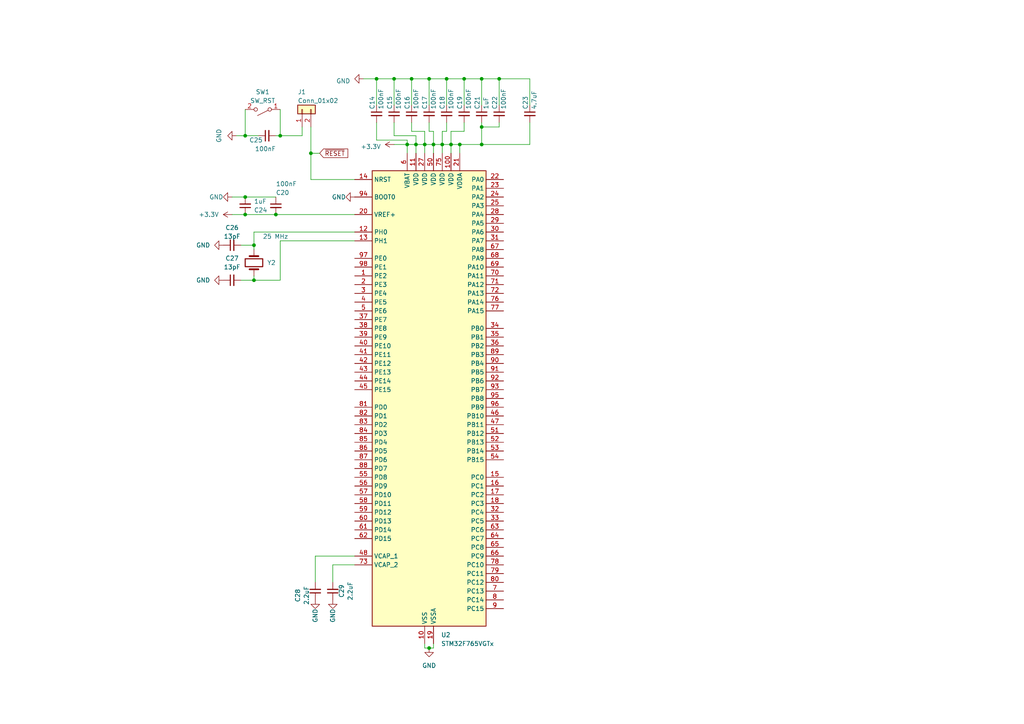
<source format=kicad_sch>
(kicad_sch (version 20230121) (generator eeschema)

  (uuid f1d1c6c6-3451-4963-b8d8-ffd19843ce38)

  (paper "A4")

  (lib_symbols
    (symbol "Connector_Generic:Conn_01x02" (pin_names (offset 1.016) hide) (in_bom yes) (on_board yes)
      (property "Reference" "J" (at 0 2.54 0)
        (effects (font (size 1.27 1.27)))
      )
      (property "Value" "Conn_01x02" (at 0 -5.08 0)
        (effects (font (size 1.27 1.27)))
      )
      (property "Footprint" "" (at 0 0 0)
        (effects (font (size 1.27 1.27)) hide)
      )
      (property "Datasheet" "~" (at 0 0 0)
        (effects (font (size 1.27 1.27)) hide)
      )
      (property "ki_keywords" "connector" (at 0 0 0)
        (effects (font (size 1.27 1.27)) hide)
      )
      (property "ki_description" "Generic connector, single row, 01x02, script generated (kicad-library-utils/schlib/autogen/connector/)" (at 0 0 0)
        (effects (font (size 1.27 1.27)) hide)
      )
      (property "ki_fp_filters" "Connector*:*_1x??_*" (at 0 0 0)
        (effects (font (size 1.27 1.27)) hide)
      )
      (symbol "Conn_01x02_1_1"
        (rectangle (start -1.27 -2.413) (end 0 -2.667)
          (stroke (width 0.1524) (type default))
          (fill (type none))
        )
        (rectangle (start -1.27 0.127) (end 0 -0.127)
          (stroke (width 0.1524) (type default))
          (fill (type none))
        )
        (rectangle (start -1.27 1.27) (end 1.27 -3.81)
          (stroke (width 0.254) (type default))
          (fill (type background))
        )
        (pin passive line (at -5.08 0 0) (length 3.81)
          (name "Pin_1" (effects (font (size 1.27 1.27))))
          (number "1" (effects (font (size 1.27 1.27))))
        )
        (pin passive line (at -5.08 -2.54 0) (length 3.81)
          (name "Pin_2" (effects (font (size 1.27 1.27))))
          (number "2" (effects (font (size 1.27 1.27))))
        )
      )
    )
    (symbol "Device:C_Small" (pin_numbers hide) (pin_names (offset 0.254) hide) (in_bom yes) (on_board yes)
      (property "Reference" "C" (at 0.254 1.778 0)
        (effects (font (size 1.27 1.27)) (justify left))
      )
      (property "Value" "C_Small" (at 0.254 -2.032 0)
        (effects (font (size 1.27 1.27)) (justify left))
      )
      (property "Footprint" "" (at 0 0 0)
        (effects (font (size 1.27 1.27)) hide)
      )
      (property "Datasheet" "~" (at 0 0 0)
        (effects (font (size 1.27 1.27)) hide)
      )
      (property "ki_keywords" "capacitor cap" (at 0 0 0)
        (effects (font (size 1.27 1.27)) hide)
      )
      (property "ki_description" "Unpolarized capacitor, small symbol" (at 0 0 0)
        (effects (font (size 1.27 1.27)) hide)
      )
      (property "ki_fp_filters" "C_*" (at 0 0 0)
        (effects (font (size 1.27 1.27)) hide)
      )
      (symbol "C_Small_0_1"
        (polyline
          (pts
            (xy -1.524 -0.508)
            (xy 1.524 -0.508)
          )
          (stroke (width 0.3302) (type default))
          (fill (type none))
        )
        (polyline
          (pts
            (xy -1.524 0.508)
            (xy 1.524 0.508)
          )
          (stroke (width 0.3048) (type default))
          (fill (type none))
        )
      )
      (symbol "C_Small_1_1"
        (pin passive line (at 0 2.54 270) (length 2.032)
          (name "~" (effects (font (size 1.27 1.27))))
          (number "1" (effects (font (size 1.27 1.27))))
        )
        (pin passive line (at 0 -2.54 90) (length 2.032)
          (name "~" (effects (font (size 1.27 1.27))))
          (number "2" (effects (font (size 1.27 1.27))))
        )
      )
    )
    (symbol "Device:Crystal" (pin_numbers hide) (pin_names (offset 1.016) hide) (in_bom yes) (on_board yes)
      (property "Reference" "Y" (at 0 3.81 0)
        (effects (font (size 1.27 1.27)))
      )
      (property "Value" "Crystal" (at 0 -3.81 0)
        (effects (font (size 1.27 1.27)))
      )
      (property "Footprint" "" (at 0 0 0)
        (effects (font (size 1.27 1.27)) hide)
      )
      (property "Datasheet" "~" (at 0 0 0)
        (effects (font (size 1.27 1.27)) hide)
      )
      (property "ki_keywords" "quartz ceramic resonator oscillator" (at 0 0 0)
        (effects (font (size 1.27 1.27)) hide)
      )
      (property "ki_description" "Two pin crystal" (at 0 0 0)
        (effects (font (size 1.27 1.27)) hide)
      )
      (property "ki_fp_filters" "Crystal*" (at 0 0 0)
        (effects (font (size 1.27 1.27)) hide)
      )
      (symbol "Crystal_0_1"
        (rectangle (start -1.143 2.54) (end 1.143 -2.54)
          (stroke (width 0.3048) (type default))
          (fill (type none))
        )
        (polyline
          (pts
            (xy -2.54 0)
            (xy -1.905 0)
          )
          (stroke (width 0) (type default))
          (fill (type none))
        )
        (polyline
          (pts
            (xy -1.905 -1.27)
            (xy -1.905 1.27)
          )
          (stroke (width 0.508) (type default))
          (fill (type none))
        )
        (polyline
          (pts
            (xy 1.905 -1.27)
            (xy 1.905 1.27)
          )
          (stroke (width 0.508) (type default))
          (fill (type none))
        )
        (polyline
          (pts
            (xy 2.54 0)
            (xy 1.905 0)
          )
          (stroke (width 0) (type default))
          (fill (type none))
        )
      )
      (symbol "Crystal_1_1"
        (pin passive line (at -3.81 0 0) (length 1.27)
          (name "1" (effects (font (size 1.27 1.27))))
          (number "1" (effects (font (size 1.27 1.27))))
        )
        (pin passive line (at 3.81 0 180) (length 1.27)
          (name "2" (effects (font (size 1.27 1.27))))
          (number "2" (effects (font (size 1.27 1.27))))
        )
      )
    )
    (symbol "MCU_ST_STM32F7:STM32F765VGTx" (in_bom yes) (on_board yes)
      (property "Reference" "U" (at -15.24 67.31 0)
        (effects (font (size 1.27 1.27)) (justify left))
      )
      (property "Value" "STM32F765VGTx" (at 12.7 67.31 0)
        (effects (font (size 1.27 1.27)) (justify left))
      )
      (property "Footprint" "Package_QFP:LQFP-100_14x14mm_P0.5mm" (at -15.24 -66.04 0)
        (effects (font (size 1.27 1.27)) (justify right) hide)
      )
      (property "Datasheet" "https://www.st.com/resource/en/datasheet/stm32f765vg.pdf" (at 0 0 0)
        (effects (font (size 1.27 1.27)) hide)
      )
      (property "ki_locked" "" (at 0 0 0)
        (effects (font (size 1.27 1.27)))
      )
      (property "ki_keywords" "Arm Cortex-M7 STM32F7 STM32F7x5" (at 0 0 0)
        (effects (font (size 1.27 1.27)) hide)
      )
      (property "ki_description" "STMicroelectronics Arm Cortex-M7 MCU, 1024KB flash, 512KB RAM, 216 MHz, 1.7-3.6V, 82 GPIO, LQFP100" (at 0 0 0)
        (effects (font (size 1.27 1.27)) hide)
      )
      (property "ki_fp_filters" "LQFP*14x14mm*P0.5mm*" (at 0 0 0)
        (effects (font (size 1.27 1.27)) hide)
      )
      (symbol "STM32F765VGTx_0_1"
        (rectangle (start -15.24 -66.04) (end 17.78 66.04)
          (stroke (width 0.254) (type default))
          (fill (type background))
        )
      )
      (symbol "STM32F765VGTx_1_1"
        (pin bidirectional line (at -20.32 35.56 0) (length 5.08)
          (name "PE2" (effects (font (size 1.27 1.27))))
          (number "1" (effects (font (size 1.27 1.27))))
          (alternate "ETH_TXD3" bidirectional line)
          (alternate "FMC_A23" bidirectional line)
          (alternate "QUADSPI_BK1_IO2" bidirectional line)
          (alternate "SAI1_MCLK_A" bidirectional line)
          (alternate "SPI4_SCK" bidirectional line)
          (alternate "SYS_TRACECLK" bidirectional line)
        )
        (pin power_in line (at 0 -71.12 90) (length 5.08)
          (name "VSS" (effects (font (size 1.27 1.27))))
          (number "10" (effects (font (size 1.27 1.27))))
        )
        (pin power_in line (at 7.62 71.12 270) (length 5.08)
          (name "VDD" (effects (font (size 1.27 1.27))))
          (number "100" (effects (font (size 1.27 1.27))))
        )
        (pin power_in line (at -2.54 71.12 270) (length 5.08)
          (name "VDD" (effects (font (size 1.27 1.27))))
          (number "11" (effects (font (size 1.27 1.27))))
        )
        (pin bidirectional line (at -20.32 48.26 0) (length 5.08)
          (name "PH0" (effects (font (size 1.27 1.27))))
          (number "12" (effects (font (size 1.27 1.27))))
          (alternate "RCC_OSC_IN" bidirectional line)
        )
        (pin bidirectional line (at -20.32 45.72 0) (length 5.08)
          (name "PH1" (effects (font (size 1.27 1.27))))
          (number "13" (effects (font (size 1.27 1.27))))
          (alternate "RCC_OSC_OUT" bidirectional line)
        )
        (pin input line (at -20.32 63.5 0) (length 5.08)
          (name "NRST" (effects (font (size 1.27 1.27))))
          (number "14" (effects (font (size 1.27 1.27))))
        )
        (pin bidirectional line (at 22.86 -22.86 180) (length 5.08)
          (name "PC0" (effects (font (size 1.27 1.27))))
          (number "15" (effects (font (size 1.27 1.27))))
          (alternate "ADC1_IN10" bidirectional line)
          (alternate "ADC2_IN10" bidirectional line)
          (alternate "ADC3_IN10" bidirectional line)
          (alternate "DFSDM1_CKIN0" bidirectional line)
          (alternate "DFSDM1_DATIN4" bidirectional line)
          (alternate "FMC_SDNWE" bidirectional line)
          (alternate "SAI2_FS_B" bidirectional line)
          (alternate "USB_OTG_HS_ULPI_STP" bidirectional line)
        )
        (pin bidirectional line (at 22.86 -25.4 180) (length 5.08)
          (name "PC1" (effects (font (size 1.27 1.27))))
          (number "16" (effects (font (size 1.27 1.27))))
          (alternate "ADC1_IN11" bidirectional line)
          (alternate "ADC2_IN11" bidirectional line)
          (alternate "ADC3_IN11" bidirectional line)
          (alternate "DFSDM1_CKIN4" bidirectional line)
          (alternate "DFSDM1_DATIN0" bidirectional line)
          (alternate "ETH_MDC" bidirectional line)
          (alternate "I2S2_SD" bidirectional line)
          (alternate "MDIOS_MDC" bidirectional line)
          (alternate "RTC_TAMP3" bidirectional line)
          (alternate "RTC_TS" bidirectional line)
          (alternate "SAI1_SD_A" bidirectional line)
          (alternate "SPI2_MOSI" bidirectional line)
          (alternate "SYS_TRACED0" bidirectional line)
          (alternate "SYS_WKUP3" bidirectional line)
        )
        (pin bidirectional line (at 22.86 -27.94 180) (length 5.08)
          (name "PC2" (effects (font (size 1.27 1.27))))
          (number "17" (effects (font (size 1.27 1.27))))
          (alternate "ADC1_IN12" bidirectional line)
          (alternate "ADC2_IN12" bidirectional line)
          (alternate "ADC3_IN12" bidirectional line)
          (alternate "DFSDM1_CKIN1" bidirectional line)
          (alternate "DFSDM1_CKOUT" bidirectional line)
          (alternate "ETH_TXD2" bidirectional line)
          (alternate "FMC_SDNE0" bidirectional line)
          (alternate "SPI2_MISO" bidirectional line)
          (alternate "USB_OTG_HS_ULPI_DIR" bidirectional line)
        )
        (pin bidirectional line (at 22.86 -30.48 180) (length 5.08)
          (name "PC3" (effects (font (size 1.27 1.27))))
          (number "18" (effects (font (size 1.27 1.27))))
          (alternate "ADC1_IN13" bidirectional line)
          (alternate "ADC2_IN13" bidirectional line)
          (alternate "ADC3_IN13" bidirectional line)
          (alternate "DFSDM1_DATIN1" bidirectional line)
          (alternate "ETH_TX_CLK" bidirectional line)
          (alternate "FMC_SDCKE0" bidirectional line)
          (alternate "I2S2_SD" bidirectional line)
          (alternate "SPI2_MOSI" bidirectional line)
          (alternate "USB_OTG_HS_ULPI_NXT" bidirectional line)
        )
        (pin power_in line (at 2.54 -71.12 90) (length 5.08)
          (name "VSSA" (effects (font (size 1.27 1.27))))
          (number "19" (effects (font (size 1.27 1.27))))
        )
        (pin bidirectional line (at -20.32 33.02 0) (length 5.08)
          (name "PE3" (effects (font (size 1.27 1.27))))
          (number "2" (effects (font (size 1.27 1.27))))
          (alternate "FMC_A19" bidirectional line)
          (alternate "SAI1_SD_B" bidirectional line)
          (alternate "SYS_TRACED0" bidirectional line)
        )
        (pin input line (at -20.32 53.34 0) (length 5.08)
          (name "VREF+" (effects (font (size 1.27 1.27))))
          (number "20" (effects (font (size 1.27 1.27))))
        )
        (pin power_in line (at 10.16 71.12 270) (length 5.08)
          (name "VDDA" (effects (font (size 1.27 1.27))))
          (number "21" (effects (font (size 1.27 1.27))))
        )
        (pin bidirectional line (at 22.86 63.5 180) (length 5.08)
          (name "PA0" (effects (font (size 1.27 1.27))))
          (number "22" (effects (font (size 1.27 1.27))))
          (alternate "ADC1_IN0" bidirectional line)
          (alternate "ADC2_IN0" bidirectional line)
          (alternate "ADC3_IN0" bidirectional line)
          (alternate "ETH_CRS" bidirectional line)
          (alternate "SAI2_SD_B" bidirectional line)
          (alternate "SYS_WKUP1" bidirectional line)
          (alternate "TIM2_CH1" bidirectional line)
          (alternate "TIM2_ETR" bidirectional line)
          (alternate "TIM5_CH1" bidirectional line)
          (alternate "TIM8_ETR" bidirectional line)
          (alternate "UART4_TX" bidirectional line)
          (alternate "USART2_CTS" bidirectional line)
        )
        (pin bidirectional line (at 22.86 60.96 180) (length 5.08)
          (name "PA1" (effects (font (size 1.27 1.27))))
          (number "23" (effects (font (size 1.27 1.27))))
          (alternate "ADC1_IN1" bidirectional line)
          (alternate "ADC2_IN1" bidirectional line)
          (alternate "ADC3_IN1" bidirectional line)
          (alternate "ETH_REF_CLK" bidirectional line)
          (alternate "ETH_RX_CLK" bidirectional line)
          (alternate "QUADSPI_BK1_IO3" bidirectional line)
          (alternate "SAI2_MCLK_B" bidirectional line)
          (alternate "TIM2_CH2" bidirectional line)
          (alternate "TIM5_CH2" bidirectional line)
          (alternate "UART4_RX" bidirectional line)
          (alternate "USART2_DE" bidirectional line)
          (alternate "USART2_RTS" bidirectional line)
        )
        (pin bidirectional line (at 22.86 58.42 180) (length 5.08)
          (name "PA2" (effects (font (size 1.27 1.27))))
          (number "24" (effects (font (size 1.27 1.27))))
          (alternate "ADC1_IN2" bidirectional line)
          (alternate "ADC2_IN2" bidirectional line)
          (alternate "ADC3_IN2" bidirectional line)
          (alternate "ETH_MDIO" bidirectional line)
          (alternate "MDIOS_MDIO" bidirectional line)
          (alternate "SAI2_SCK_B" bidirectional line)
          (alternate "SYS_WKUP2" bidirectional line)
          (alternate "TIM2_CH3" bidirectional line)
          (alternate "TIM5_CH3" bidirectional line)
          (alternate "TIM9_CH1" bidirectional line)
          (alternate "USART2_TX" bidirectional line)
        )
        (pin bidirectional line (at 22.86 55.88 180) (length 5.08)
          (name "PA3" (effects (font (size 1.27 1.27))))
          (number "25" (effects (font (size 1.27 1.27))))
          (alternate "ADC1_IN3" bidirectional line)
          (alternate "ADC2_IN3" bidirectional line)
          (alternate "ADC3_IN3" bidirectional line)
          (alternate "ETH_COL" bidirectional line)
          (alternate "TIM2_CH4" bidirectional line)
          (alternate "TIM5_CH4" bidirectional line)
          (alternate "TIM9_CH2" bidirectional line)
          (alternate "USART2_RX" bidirectional line)
          (alternate "USB_OTG_HS_ULPI_D0" bidirectional line)
        )
        (pin passive line (at 0 -71.12 90) (length 5.08) hide
          (name "VSS" (effects (font (size 1.27 1.27))))
          (number "26" (effects (font (size 1.27 1.27))))
        )
        (pin power_in line (at 0 71.12 270) (length 5.08)
          (name "VDD" (effects (font (size 1.27 1.27))))
          (number "27" (effects (font (size 1.27 1.27))))
        )
        (pin bidirectional line (at 22.86 53.34 180) (length 5.08)
          (name "PA4" (effects (font (size 1.27 1.27))))
          (number "28" (effects (font (size 1.27 1.27))))
          (alternate "ADC1_IN4" bidirectional line)
          (alternate "ADC2_IN4" bidirectional line)
          (alternate "DAC_OUT1" bidirectional line)
          (alternate "DCMI_HSYNC" bidirectional line)
          (alternate "I2S1_WS" bidirectional line)
          (alternate "I2S3_WS" bidirectional line)
          (alternate "SPI1_NSS" bidirectional line)
          (alternate "SPI3_NSS" bidirectional line)
          (alternate "SPI6_NSS" bidirectional line)
          (alternate "USART2_CK" bidirectional line)
          (alternate "USB_OTG_HS_SOF" bidirectional line)
        )
        (pin bidirectional line (at 22.86 50.8 180) (length 5.08)
          (name "PA5" (effects (font (size 1.27 1.27))))
          (number "29" (effects (font (size 1.27 1.27))))
          (alternate "ADC1_IN5" bidirectional line)
          (alternate "ADC2_IN5" bidirectional line)
          (alternate "DAC_OUT2" bidirectional line)
          (alternate "I2S1_CK" bidirectional line)
          (alternate "SPI1_SCK" bidirectional line)
          (alternate "SPI6_SCK" bidirectional line)
          (alternate "TIM2_CH1" bidirectional line)
          (alternate "TIM2_ETR" bidirectional line)
          (alternate "TIM8_CH1N" bidirectional line)
          (alternate "USB_OTG_HS_ULPI_CK" bidirectional line)
        )
        (pin bidirectional line (at -20.32 30.48 0) (length 5.08)
          (name "PE4" (effects (font (size 1.27 1.27))))
          (number "3" (effects (font (size 1.27 1.27))))
          (alternate "DCMI_D4" bidirectional line)
          (alternate "DFSDM1_DATIN3" bidirectional line)
          (alternate "FMC_A20" bidirectional line)
          (alternate "SAI1_FS_A" bidirectional line)
          (alternate "SPI4_NSS" bidirectional line)
          (alternate "SYS_TRACED1" bidirectional line)
        )
        (pin bidirectional line (at 22.86 48.26 180) (length 5.08)
          (name "PA6" (effects (font (size 1.27 1.27))))
          (number "30" (effects (font (size 1.27 1.27))))
          (alternate "ADC1_IN6" bidirectional line)
          (alternate "ADC2_IN6" bidirectional line)
          (alternate "DCMI_PIXCLK" bidirectional line)
          (alternate "MDIOS_MDC" bidirectional line)
          (alternate "SPI1_MISO" bidirectional line)
          (alternate "SPI6_MISO" bidirectional line)
          (alternate "TIM13_CH1" bidirectional line)
          (alternate "TIM1_BKIN" bidirectional line)
          (alternate "TIM3_CH1" bidirectional line)
          (alternate "TIM8_BKIN" bidirectional line)
        )
        (pin bidirectional line (at 22.86 45.72 180) (length 5.08)
          (name "PA7" (effects (font (size 1.27 1.27))))
          (number "31" (effects (font (size 1.27 1.27))))
          (alternate "ADC1_IN7" bidirectional line)
          (alternate "ADC2_IN7" bidirectional line)
          (alternate "ETH_CRS_DV" bidirectional line)
          (alternate "ETH_RX_DV" bidirectional line)
          (alternate "FMC_SDNWE" bidirectional line)
          (alternate "I2S1_SD" bidirectional line)
          (alternate "SPI1_MOSI" bidirectional line)
          (alternate "SPI6_MOSI" bidirectional line)
          (alternate "TIM14_CH1" bidirectional line)
          (alternate "TIM1_CH1N" bidirectional line)
          (alternate "TIM3_CH2" bidirectional line)
          (alternate "TIM8_CH1N" bidirectional line)
        )
        (pin bidirectional line (at 22.86 -33.02 180) (length 5.08)
          (name "PC4" (effects (font (size 1.27 1.27))))
          (number "32" (effects (font (size 1.27 1.27))))
          (alternate "ADC1_IN14" bidirectional line)
          (alternate "ADC2_IN14" bidirectional line)
          (alternate "DFSDM1_CKIN2" bidirectional line)
          (alternate "ETH_RXD0" bidirectional line)
          (alternate "FMC_SDNE0" bidirectional line)
          (alternate "I2S1_MCK" bidirectional line)
          (alternate "SPDIFRX_IN2" bidirectional line)
        )
        (pin bidirectional line (at 22.86 -35.56 180) (length 5.08)
          (name "PC5" (effects (font (size 1.27 1.27))))
          (number "33" (effects (font (size 1.27 1.27))))
          (alternate "ADC1_IN15" bidirectional line)
          (alternate "ADC2_IN15" bidirectional line)
          (alternate "DFSDM1_DATIN2" bidirectional line)
          (alternate "ETH_RXD1" bidirectional line)
          (alternate "FMC_SDCKE0" bidirectional line)
          (alternate "SPDIFRX_IN3" bidirectional line)
        )
        (pin bidirectional line (at 22.86 20.32 180) (length 5.08)
          (name "PB0" (effects (font (size 1.27 1.27))))
          (number "34" (effects (font (size 1.27 1.27))))
          (alternate "ADC1_IN8" bidirectional line)
          (alternate "ADC2_IN8" bidirectional line)
          (alternate "DFSDM1_CKOUT" bidirectional line)
          (alternate "ETH_RXD2" bidirectional line)
          (alternate "TIM1_CH2N" bidirectional line)
          (alternate "TIM3_CH3" bidirectional line)
          (alternate "TIM8_CH2N" bidirectional line)
          (alternate "UART4_CTS" bidirectional line)
          (alternate "USB_OTG_HS_ULPI_D1" bidirectional line)
        )
        (pin bidirectional line (at 22.86 17.78 180) (length 5.08)
          (name "PB1" (effects (font (size 1.27 1.27))))
          (number "35" (effects (font (size 1.27 1.27))))
          (alternate "ADC1_IN9" bidirectional line)
          (alternate "ADC2_IN9" bidirectional line)
          (alternate "DFSDM1_DATIN1" bidirectional line)
          (alternate "ETH_RXD3" bidirectional line)
          (alternate "TIM1_CH3N" bidirectional line)
          (alternate "TIM3_CH4" bidirectional line)
          (alternate "TIM8_CH3N" bidirectional line)
          (alternate "USB_OTG_HS_ULPI_D2" bidirectional line)
        )
        (pin bidirectional line (at 22.86 15.24 180) (length 5.08)
          (name "PB2" (effects (font (size 1.27 1.27))))
          (number "36" (effects (font (size 1.27 1.27))))
          (alternate "DFSDM1_CKIN1" bidirectional line)
          (alternate "I2S3_SD" bidirectional line)
          (alternate "QUADSPI_CLK" bidirectional line)
          (alternate "SAI1_SD_A" bidirectional line)
          (alternate "SPI3_MOSI" bidirectional line)
        )
        (pin bidirectional line (at -20.32 22.86 0) (length 5.08)
          (name "PE7" (effects (font (size 1.27 1.27))))
          (number "37" (effects (font (size 1.27 1.27))))
          (alternate "DFSDM1_DATIN2" bidirectional line)
          (alternate "FMC_D4" bidirectional line)
          (alternate "FMC_DA4" bidirectional line)
          (alternate "QUADSPI_BK2_IO0" bidirectional line)
          (alternate "TIM1_ETR" bidirectional line)
          (alternate "UART7_RX" bidirectional line)
        )
        (pin bidirectional line (at -20.32 20.32 0) (length 5.08)
          (name "PE8" (effects (font (size 1.27 1.27))))
          (number "38" (effects (font (size 1.27 1.27))))
          (alternate "DFSDM1_CKIN2" bidirectional line)
          (alternate "FMC_D5" bidirectional line)
          (alternate "FMC_DA5" bidirectional line)
          (alternate "QUADSPI_BK2_IO1" bidirectional line)
          (alternate "TIM1_CH1N" bidirectional line)
          (alternate "UART7_TX" bidirectional line)
        )
        (pin bidirectional line (at -20.32 17.78 0) (length 5.08)
          (name "PE9" (effects (font (size 1.27 1.27))))
          (number "39" (effects (font (size 1.27 1.27))))
          (alternate "DAC_EXTI9" bidirectional line)
          (alternate "DFSDM1_CKOUT" bidirectional line)
          (alternate "FMC_D6" bidirectional line)
          (alternate "FMC_DA6" bidirectional line)
          (alternate "QUADSPI_BK2_IO2" bidirectional line)
          (alternate "TIM1_CH1" bidirectional line)
          (alternate "UART7_DE" bidirectional line)
          (alternate "UART7_RTS" bidirectional line)
        )
        (pin bidirectional line (at -20.32 27.94 0) (length 5.08)
          (name "PE5" (effects (font (size 1.27 1.27))))
          (number "4" (effects (font (size 1.27 1.27))))
          (alternate "DCMI_D6" bidirectional line)
          (alternate "DFSDM1_CKIN3" bidirectional line)
          (alternate "FMC_A21" bidirectional line)
          (alternate "SAI1_SCK_A" bidirectional line)
          (alternate "SPI4_MISO" bidirectional line)
          (alternate "SYS_TRACED2" bidirectional line)
          (alternate "TIM9_CH1" bidirectional line)
        )
        (pin bidirectional line (at -20.32 15.24 0) (length 5.08)
          (name "PE10" (effects (font (size 1.27 1.27))))
          (number "40" (effects (font (size 1.27 1.27))))
          (alternate "DFSDM1_DATIN4" bidirectional line)
          (alternate "FMC_D7" bidirectional line)
          (alternate "FMC_DA7" bidirectional line)
          (alternate "QUADSPI_BK2_IO3" bidirectional line)
          (alternate "TIM1_CH2N" bidirectional line)
          (alternate "UART7_CTS" bidirectional line)
        )
        (pin bidirectional line (at -20.32 12.7 0) (length 5.08)
          (name "PE11" (effects (font (size 1.27 1.27))))
          (number "41" (effects (font (size 1.27 1.27))))
          (alternate "ADC1_EXTI11" bidirectional line)
          (alternate "ADC2_EXTI11" bidirectional line)
          (alternate "ADC3_EXTI11" bidirectional line)
          (alternate "DFSDM1_CKIN4" bidirectional line)
          (alternate "FMC_D8" bidirectional line)
          (alternate "FMC_DA8" bidirectional line)
          (alternate "SAI2_SD_B" bidirectional line)
          (alternate "SPI4_NSS" bidirectional line)
          (alternate "TIM1_CH2" bidirectional line)
        )
        (pin bidirectional line (at -20.32 10.16 0) (length 5.08)
          (name "PE12" (effects (font (size 1.27 1.27))))
          (number "42" (effects (font (size 1.27 1.27))))
          (alternate "DFSDM1_DATIN5" bidirectional line)
          (alternate "FMC_D9" bidirectional line)
          (alternate "FMC_DA9" bidirectional line)
          (alternate "SAI2_SCK_B" bidirectional line)
          (alternate "SPI4_SCK" bidirectional line)
          (alternate "TIM1_CH3N" bidirectional line)
        )
        (pin bidirectional line (at -20.32 7.62 0) (length 5.08)
          (name "PE13" (effects (font (size 1.27 1.27))))
          (number "43" (effects (font (size 1.27 1.27))))
          (alternate "DFSDM1_CKIN5" bidirectional line)
          (alternate "FMC_D10" bidirectional line)
          (alternate "FMC_DA10" bidirectional line)
          (alternate "SAI2_FS_B" bidirectional line)
          (alternate "SPI4_MISO" bidirectional line)
          (alternate "TIM1_CH3" bidirectional line)
        )
        (pin bidirectional line (at -20.32 5.08 0) (length 5.08)
          (name "PE14" (effects (font (size 1.27 1.27))))
          (number "44" (effects (font (size 1.27 1.27))))
          (alternate "FMC_D11" bidirectional line)
          (alternate "FMC_DA11" bidirectional line)
          (alternate "SAI2_MCLK_B" bidirectional line)
          (alternate "SPI4_MOSI" bidirectional line)
          (alternate "TIM1_CH4" bidirectional line)
        )
        (pin bidirectional line (at -20.32 2.54 0) (length 5.08)
          (name "PE15" (effects (font (size 1.27 1.27))))
          (number "45" (effects (font (size 1.27 1.27))))
          (alternate "FMC_D12" bidirectional line)
          (alternate "FMC_DA12" bidirectional line)
          (alternate "TIM1_BKIN" bidirectional line)
        )
        (pin bidirectional line (at 22.86 -5.08 180) (length 5.08)
          (name "PB10" (effects (font (size 1.27 1.27))))
          (number "46" (effects (font (size 1.27 1.27))))
          (alternate "DFSDM1_DATIN7" bidirectional line)
          (alternate "ETH_RX_ER" bidirectional line)
          (alternate "I2C2_SCL" bidirectional line)
          (alternate "I2S2_CK" bidirectional line)
          (alternate "QUADSPI_BK1_NCS" bidirectional line)
          (alternate "SPI2_SCK" bidirectional line)
          (alternate "TIM2_CH3" bidirectional line)
          (alternate "USART3_TX" bidirectional line)
          (alternate "USB_OTG_HS_ULPI_D3" bidirectional line)
        )
        (pin bidirectional line (at 22.86 -7.62 180) (length 5.08)
          (name "PB11" (effects (font (size 1.27 1.27))))
          (number "47" (effects (font (size 1.27 1.27))))
          (alternate "ADC1_EXTI11" bidirectional line)
          (alternate "ADC2_EXTI11" bidirectional line)
          (alternate "ADC3_EXTI11" bidirectional line)
          (alternate "DFSDM1_CKIN7" bidirectional line)
          (alternate "ETH_TX_EN" bidirectional line)
          (alternate "I2C2_SDA" bidirectional line)
          (alternate "TIM2_CH4" bidirectional line)
          (alternate "USART3_RX" bidirectional line)
          (alternate "USB_OTG_HS_ULPI_D4" bidirectional line)
        )
        (pin power_out line (at -20.32 -45.72 0) (length 5.08)
          (name "VCAP_1" (effects (font (size 1.27 1.27))))
          (number "48" (effects (font (size 1.27 1.27))))
        )
        (pin passive line (at 0 -71.12 90) (length 5.08) hide
          (name "VSS" (effects (font (size 1.27 1.27))))
          (number "49" (effects (font (size 1.27 1.27))))
        )
        (pin bidirectional line (at -20.32 25.4 0) (length 5.08)
          (name "PE6" (effects (font (size 1.27 1.27))))
          (number "5" (effects (font (size 1.27 1.27))))
          (alternate "DCMI_D7" bidirectional line)
          (alternate "FMC_A22" bidirectional line)
          (alternate "SAI1_SD_A" bidirectional line)
          (alternate "SAI2_MCLK_B" bidirectional line)
          (alternate "SPI4_MOSI" bidirectional line)
          (alternate "SYS_TRACED3" bidirectional line)
          (alternate "TIM1_BKIN2" bidirectional line)
          (alternate "TIM9_CH2" bidirectional line)
        )
        (pin power_in line (at 2.54 71.12 270) (length 5.08)
          (name "VDD" (effects (font (size 1.27 1.27))))
          (number "50" (effects (font (size 1.27 1.27))))
        )
        (pin bidirectional line (at 22.86 -10.16 180) (length 5.08)
          (name "PB12" (effects (font (size 1.27 1.27))))
          (number "51" (effects (font (size 1.27 1.27))))
          (alternate "CAN2_RX" bidirectional line)
          (alternate "DFSDM1_DATIN1" bidirectional line)
          (alternate "ETH_TXD0" bidirectional line)
          (alternate "I2C2_SMBA" bidirectional line)
          (alternate "I2S2_WS" bidirectional line)
          (alternate "SPI2_NSS" bidirectional line)
          (alternate "TIM1_BKIN" bidirectional line)
          (alternate "UART5_RX" bidirectional line)
          (alternate "USART3_CK" bidirectional line)
          (alternate "USB_OTG_HS_ID" bidirectional line)
          (alternate "USB_OTG_HS_ULPI_D5" bidirectional line)
        )
        (pin bidirectional line (at 22.86 -12.7 180) (length 5.08)
          (name "PB13" (effects (font (size 1.27 1.27))))
          (number "52" (effects (font (size 1.27 1.27))))
          (alternate "CAN2_TX" bidirectional line)
          (alternate "DFSDM1_CKIN1" bidirectional line)
          (alternate "ETH_TXD1" bidirectional line)
          (alternate "I2S2_CK" bidirectional line)
          (alternate "SPI2_SCK" bidirectional line)
          (alternate "TIM1_CH1N" bidirectional line)
          (alternate "UART5_TX" bidirectional line)
          (alternate "USART3_CTS" bidirectional line)
          (alternate "USB_OTG_HS_ULPI_D6" bidirectional line)
          (alternate "USB_OTG_HS_VBUS" bidirectional line)
        )
        (pin bidirectional line (at 22.86 -15.24 180) (length 5.08)
          (name "PB14" (effects (font (size 1.27 1.27))))
          (number "53" (effects (font (size 1.27 1.27))))
          (alternate "DFSDM1_DATIN2" bidirectional line)
          (alternate "SDMMC2_D0" bidirectional line)
          (alternate "SPI2_MISO" bidirectional line)
          (alternate "TIM12_CH1" bidirectional line)
          (alternate "TIM1_CH2N" bidirectional line)
          (alternate "TIM8_CH2N" bidirectional line)
          (alternate "UART4_DE" bidirectional line)
          (alternate "UART4_RTS" bidirectional line)
          (alternate "USART1_TX" bidirectional line)
          (alternate "USART3_DE" bidirectional line)
          (alternate "USART3_RTS" bidirectional line)
          (alternate "USB_OTG_HS_DM" bidirectional line)
        )
        (pin bidirectional line (at 22.86 -17.78 180) (length 5.08)
          (name "PB15" (effects (font (size 1.27 1.27))))
          (number "54" (effects (font (size 1.27 1.27))))
          (alternate "DFSDM1_CKIN2" bidirectional line)
          (alternate "I2S2_SD" bidirectional line)
          (alternate "RTC_REFIN" bidirectional line)
          (alternate "SDMMC2_D1" bidirectional line)
          (alternate "SPI2_MOSI" bidirectional line)
          (alternate "TIM12_CH2" bidirectional line)
          (alternate "TIM1_CH3N" bidirectional line)
          (alternate "TIM8_CH3N" bidirectional line)
          (alternate "UART4_CTS" bidirectional line)
          (alternate "USART1_RX" bidirectional line)
          (alternate "USB_OTG_HS_DP" bidirectional line)
        )
        (pin bidirectional line (at -20.32 -22.86 0) (length 5.08)
          (name "PD8" (effects (font (size 1.27 1.27))))
          (number "55" (effects (font (size 1.27 1.27))))
          (alternate "DFSDM1_CKIN3" bidirectional line)
          (alternate "FMC_D13" bidirectional line)
          (alternate "FMC_DA13" bidirectional line)
          (alternate "SPDIFRX_IN1" bidirectional line)
          (alternate "USART3_TX" bidirectional line)
        )
        (pin bidirectional line (at -20.32 -25.4 0) (length 5.08)
          (name "PD9" (effects (font (size 1.27 1.27))))
          (number "56" (effects (font (size 1.27 1.27))))
          (alternate "DAC_EXTI9" bidirectional line)
          (alternate "DFSDM1_DATIN3" bidirectional line)
          (alternate "FMC_D14" bidirectional line)
          (alternate "FMC_DA14" bidirectional line)
          (alternate "USART3_RX" bidirectional line)
        )
        (pin bidirectional line (at -20.32 -27.94 0) (length 5.08)
          (name "PD10" (effects (font (size 1.27 1.27))))
          (number "57" (effects (font (size 1.27 1.27))))
          (alternate "DFSDM1_CKOUT" bidirectional line)
          (alternate "FMC_D15" bidirectional line)
          (alternate "FMC_DA15" bidirectional line)
          (alternate "USART3_CK" bidirectional line)
        )
        (pin bidirectional line (at -20.32 -30.48 0) (length 5.08)
          (name "PD11" (effects (font (size 1.27 1.27))))
          (number "58" (effects (font (size 1.27 1.27))))
          (alternate "ADC1_EXTI11" bidirectional line)
          (alternate "ADC2_EXTI11" bidirectional line)
          (alternate "ADC3_EXTI11" bidirectional line)
          (alternate "FMC_A16" bidirectional line)
          (alternate "FMC_CLE" bidirectional line)
          (alternate "I2C4_SMBA" bidirectional line)
          (alternate "QUADSPI_BK1_IO0" bidirectional line)
          (alternate "SAI2_SD_A" bidirectional line)
          (alternate "USART3_CTS" bidirectional line)
        )
        (pin bidirectional line (at -20.32 -33.02 0) (length 5.08)
          (name "PD12" (effects (font (size 1.27 1.27))))
          (number "59" (effects (font (size 1.27 1.27))))
          (alternate "FMC_A17" bidirectional line)
          (alternate "FMC_ALE" bidirectional line)
          (alternate "I2C4_SCL" bidirectional line)
          (alternate "LPTIM1_IN1" bidirectional line)
          (alternate "QUADSPI_BK1_IO1" bidirectional line)
          (alternate "SAI2_FS_A" bidirectional line)
          (alternate "TIM4_CH1" bidirectional line)
          (alternate "USART3_DE" bidirectional line)
          (alternate "USART3_RTS" bidirectional line)
        )
        (pin power_in line (at -5.08 71.12 270) (length 5.08)
          (name "VBAT" (effects (font (size 1.27 1.27))))
          (number "6" (effects (font (size 1.27 1.27))))
        )
        (pin bidirectional line (at -20.32 -35.56 0) (length 5.08)
          (name "PD13" (effects (font (size 1.27 1.27))))
          (number "60" (effects (font (size 1.27 1.27))))
          (alternate "FMC_A18" bidirectional line)
          (alternate "I2C4_SDA" bidirectional line)
          (alternate "LPTIM1_OUT" bidirectional line)
          (alternate "QUADSPI_BK1_IO3" bidirectional line)
          (alternate "SAI2_SCK_A" bidirectional line)
          (alternate "TIM4_CH2" bidirectional line)
        )
        (pin bidirectional line (at -20.32 -38.1 0) (length 5.08)
          (name "PD14" (effects (font (size 1.27 1.27))))
          (number "61" (effects (font (size 1.27 1.27))))
          (alternate "FMC_D0" bidirectional line)
          (alternate "FMC_DA0" bidirectional line)
          (alternate "TIM4_CH3" bidirectional line)
          (alternate "UART8_CTS" bidirectional line)
        )
        (pin bidirectional line (at -20.32 -40.64 0) (length 5.08)
          (name "PD15" (effects (font (size 1.27 1.27))))
          (number "62" (effects (font (size 1.27 1.27))))
          (alternate "FMC_D1" bidirectional line)
          (alternate "FMC_DA1" bidirectional line)
          (alternate "TIM4_CH4" bidirectional line)
          (alternate "UART8_DE" bidirectional line)
          (alternate "UART8_RTS" bidirectional line)
        )
        (pin bidirectional line (at 22.86 -38.1 180) (length 5.08)
          (name "PC6" (effects (font (size 1.27 1.27))))
          (number "63" (effects (font (size 1.27 1.27))))
          (alternate "DCMI_D0" bidirectional line)
          (alternate "DFSDM1_CKIN3" bidirectional line)
          (alternate "FMC_NWAIT" bidirectional line)
          (alternate "I2S2_MCK" bidirectional line)
          (alternate "SDMMC1_D6" bidirectional line)
          (alternate "SDMMC2_D6" bidirectional line)
          (alternate "TIM3_CH1" bidirectional line)
          (alternate "TIM8_CH1" bidirectional line)
          (alternate "USART6_TX" bidirectional line)
        )
        (pin bidirectional line (at 22.86 -40.64 180) (length 5.08)
          (name "PC7" (effects (font (size 1.27 1.27))))
          (number "64" (effects (font (size 1.27 1.27))))
          (alternate "DCMI_D1" bidirectional line)
          (alternate "DFSDM1_DATIN3" bidirectional line)
          (alternate "FMC_NE1" bidirectional line)
          (alternate "I2S3_MCK" bidirectional line)
          (alternate "SDMMC1_D7" bidirectional line)
          (alternate "SDMMC2_D7" bidirectional line)
          (alternate "TIM3_CH2" bidirectional line)
          (alternate "TIM8_CH2" bidirectional line)
          (alternate "USART6_RX" bidirectional line)
        )
        (pin bidirectional line (at 22.86 -43.18 180) (length 5.08)
          (name "PC8" (effects (font (size 1.27 1.27))))
          (number "65" (effects (font (size 1.27 1.27))))
          (alternate "DCMI_D2" bidirectional line)
          (alternate "FMC_NCE" bidirectional line)
          (alternate "FMC_NE2" bidirectional line)
          (alternate "SDMMC1_D0" bidirectional line)
          (alternate "SYS_TRACED1" bidirectional line)
          (alternate "TIM3_CH3" bidirectional line)
          (alternate "TIM8_CH3" bidirectional line)
          (alternate "UART5_DE" bidirectional line)
          (alternate "UART5_RTS" bidirectional line)
          (alternate "USART6_CK" bidirectional line)
        )
        (pin bidirectional line (at 22.86 -45.72 180) (length 5.08)
          (name "PC9" (effects (font (size 1.27 1.27))))
          (number "66" (effects (font (size 1.27 1.27))))
          (alternate "DAC_EXTI9" bidirectional line)
          (alternate "DCMI_D3" bidirectional line)
          (alternate "I2C3_SDA" bidirectional line)
          (alternate "I2S_CKIN" bidirectional line)
          (alternate "QUADSPI_BK1_IO0" bidirectional line)
          (alternate "RCC_MCO_2" bidirectional line)
          (alternate "SDMMC1_D1" bidirectional line)
          (alternate "TIM3_CH4" bidirectional line)
          (alternate "TIM8_CH4" bidirectional line)
          (alternate "UART5_CTS" bidirectional line)
        )
        (pin bidirectional line (at 22.86 43.18 180) (length 5.08)
          (name "PA8" (effects (font (size 1.27 1.27))))
          (number "67" (effects (font (size 1.27 1.27))))
          (alternate "CAN3_RX" bidirectional line)
          (alternate "I2C3_SCL" bidirectional line)
          (alternate "RCC_MCO_1" bidirectional line)
          (alternate "TIM1_CH1" bidirectional line)
          (alternate "TIM8_BKIN2" bidirectional line)
          (alternate "UART7_RX" bidirectional line)
          (alternate "USART1_CK" bidirectional line)
          (alternate "USB_OTG_FS_SOF" bidirectional line)
        )
        (pin bidirectional line (at 22.86 40.64 180) (length 5.08)
          (name "PA9" (effects (font (size 1.27 1.27))))
          (number "68" (effects (font (size 1.27 1.27))))
          (alternate "DAC_EXTI9" bidirectional line)
          (alternate "DCMI_D0" bidirectional line)
          (alternate "I2C3_SMBA" bidirectional line)
          (alternate "I2S2_CK" bidirectional line)
          (alternate "SPI2_SCK" bidirectional line)
          (alternate "TIM1_CH2" bidirectional line)
          (alternate "USART1_TX" bidirectional line)
          (alternate "USB_OTG_FS_VBUS" bidirectional line)
        )
        (pin bidirectional line (at 22.86 38.1 180) (length 5.08)
          (name "PA10" (effects (font (size 1.27 1.27))))
          (number "69" (effects (font (size 1.27 1.27))))
          (alternate "DCMI_D1" bidirectional line)
          (alternate "MDIOS_MDIO" bidirectional line)
          (alternate "TIM1_CH3" bidirectional line)
          (alternate "USART1_RX" bidirectional line)
          (alternate "USB_OTG_FS_ID" bidirectional line)
        )
        (pin bidirectional line (at 22.86 -55.88 180) (length 5.08)
          (name "PC13" (effects (font (size 1.27 1.27))))
          (number "7" (effects (font (size 1.27 1.27))))
          (alternate "RTC_OUT" bidirectional line)
          (alternate "RTC_TAMP1" bidirectional line)
          (alternate "RTC_TS" bidirectional line)
          (alternate "SYS_WKUP4" bidirectional line)
        )
        (pin bidirectional line (at 22.86 35.56 180) (length 5.08)
          (name "PA11" (effects (font (size 1.27 1.27))))
          (number "70" (effects (font (size 1.27 1.27))))
          (alternate "ADC1_EXTI11" bidirectional line)
          (alternate "ADC2_EXTI11" bidirectional line)
          (alternate "ADC3_EXTI11" bidirectional line)
          (alternate "CAN1_RX" bidirectional line)
          (alternate "I2S2_WS" bidirectional line)
          (alternate "SPI2_NSS" bidirectional line)
          (alternate "TIM1_CH4" bidirectional line)
          (alternate "UART4_RX" bidirectional line)
          (alternate "USART1_CTS" bidirectional line)
          (alternate "USB_OTG_FS_DM" bidirectional line)
        )
        (pin bidirectional line (at 22.86 33.02 180) (length 5.08)
          (name "PA12" (effects (font (size 1.27 1.27))))
          (number "71" (effects (font (size 1.27 1.27))))
          (alternate "CAN1_TX" bidirectional line)
          (alternate "I2S2_CK" bidirectional line)
          (alternate "SAI2_FS_B" bidirectional line)
          (alternate "SPI2_SCK" bidirectional line)
          (alternate "TIM1_ETR" bidirectional line)
          (alternate "UART4_TX" bidirectional line)
          (alternate "USART1_DE" bidirectional line)
          (alternate "USART1_RTS" bidirectional line)
          (alternate "USB_OTG_FS_DP" bidirectional line)
        )
        (pin bidirectional line (at 22.86 30.48 180) (length 5.08)
          (name "PA13" (effects (font (size 1.27 1.27))))
          (number "72" (effects (font (size 1.27 1.27))))
          (alternate "SYS_JTMS-SWDIO" bidirectional line)
        )
        (pin power_out line (at -20.32 -48.26 0) (length 5.08)
          (name "VCAP_2" (effects (font (size 1.27 1.27))))
          (number "73" (effects (font (size 1.27 1.27))))
        )
        (pin passive line (at 0 -71.12 90) (length 5.08) hide
          (name "VSS" (effects (font (size 1.27 1.27))))
          (number "74" (effects (font (size 1.27 1.27))))
        )
        (pin power_in line (at 5.08 71.12 270) (length 5.08)
          (name "VDD" (effects (font (size 1.27 1.27))))
          (number "75" (effects (font (size 1.27 1.27))))
        )
        (pin bidirectional line (at 22.86 27.94 180) (length 5.08)
          (name "PA14" (effects (font (size 1.27 1.27))))
          (number "76" (effects (font (size 1.27 1.27))))
          (alternate "SYS_JTCK-SWCLK" bidirectional line)
        )
        (pin bidirectional line (at 22.86 25.4 180) (length 5.08)
          (name "PA15" (effects (font (size 1.27 1.27))))
          (number "77" (effects (font (size 1.27 1.27))))
          (alternate "CAN3_TX" bidirectional line)
          (alternate "CEC" bidirectional line)
          (alternate "I2S1_WS" bidirectional line)
          (alternate "I2S3_WS" bidirectional line)
          (alternate "SPI1_NSS" bidirectional line)
          (alternate "SPI3_NSS" bidirectional line)
          (alternate "SPI6_NSS" bidirectional line)
          (alternate "SYS_JTDI" bidirectional line)
          (alternate "TIM2_CH1" bidirectional line)
          (alternate "TIM2_ETR" bidirectional line)
          (alternate "UART4_DE" bidirectional line)
          (alternate "UART4_RTS" bidirectional line)
          (alternate "UART7_TX" bidirectional line)
        )
        (pin bidirectional line (at 22.86 -48.26 180) (length 5.08)
          (name "PC10" (effects (font (size 1.27 1.27))))
          (number "78" (effects (font (size 1.27 1.27))))
          (alternate "DCMI_D8" bidirectional line)
          (alternate "DFSDM1_CKIN5" bidirectional line)
          (alternate "I2S3_CK" bidirectional line)
          (alternate "QUADSPI_BK1_IO1" bidirectional line)
          (alternate "SDMMC1_D2" bidirectional line)
          (alternate "SPI3_SCK" bidirectional line)
          (alternate "UART4_TX" bidirectional line)
          (alternate "USART3_TX" bidirectional line)
        )
        (pin bidirectional line (at 22.86 -50.8 180) (length 5.08)
          (name "PC11" (effects (font (size 1.27 1.27))))
          (number "79" (effects (font (size 1.27 1.27))))
          (alternate "ADC1_EXTI11" bidirectional line)
          (alternate "ADC2_EXTI11" bidirectional line)
          (alternate "ADC3_EXTI11" bidirectional line)
          (alternate "DCMI_D4" bidirectional line)
          (alternate "DFSDM1_DATIN5" bidirectional line)
          (alternate "QUADSPI_BK2_NCS" bidirectional line)
          (alternate "SDMMC1_D3" bidirectional line)
          (alternate "SPI3_MISO" bidirectional line)
          (alternate "UART4_RX" bidirectional line)
          (alternate "USART3_RX" bidirectional line)
        )
        (pin bidirectional line (at 22.86 -58.42 180) (length 5.08)
          (name "PC14" (effects (font (size 1.27 1.27))))
          (number "8" (effects (font (size 1.27 1.27))))
          (alternate "RCC_OSC32_IN" bidirectional line)
        )
        (pin bidirectional line (at 22.86 -53.34 180) (length 5.08)
          (name "PC12" (effects (font (size 1.27 1.27))))
          (number "80" (effects (font (size 1.27 1.27))))
          (alternate "DCMI_D9" bidirectional line)
          (alternate "I2S3_SD" bidirectional line)
          (alternate "SDMMC1_CK" bidirectional line)
          (alternate "SPI3_MOSI" bidirectional line)
          (alternate "SYS_TRACED3" bidirectional line)
          (alternate "UART5_TX" bidirectional line)
          (alternate "USART3_CK" bidirectional line)
        )
        (pin bidirectional line (at -20.32 -2.54 0) (length 5.08)
          (name "PD0" (effects (font (size 1.27 1.27))))
          (number "81" (effects (font (size 1.27 1.27))))
          (alternate "CAN1_RX" bidirectional line)
          (alternate "DFSDM1_CKIN6" bidirectional line)
          (alternate "DFSDM1_DATIN7" bidirectional line)
          (alternate "FMC_D2" bidirectional line)
          (alternate "FMC_DA2" bidirectional line)
          (alternate "UART4_RX" bidirectional line)
        )
        (pin bidirectional line (at -20.32 -5.08 0) (length 5.08)
          (name "PD1" (effects (font (size 1.27 1.27))))
          (number "82" (effects (font (size 1.27 1.27))))
          (alternate "CAN1_TX" bidirectional line)
          (alternate "DFSDM1_CKIN7" bidirectional line)
          (alternate "DFSDM1_DATIN6" bidirectional line)
          (alternate "FMC_D3" bidirectional line)
          (alternate "FMC_DA3" bidirectional line)
          (alternate "UART4_TX" bidirectional line)
        )
        (pin bidirectional line (at -20.32 -7.62 0) (length 5.08)
          (name "PD2" (effects (font (size 1.27 1.27))))
          (number "83" (effects (font (size 1.27 1.27))))
          (alternate "DCMI_D11" bidirectional line)
          (alternate "SDMMC1_CMD" bidirectional line)
          (alternate "SYS_TRACED2" bidirectional line)
          (alternate "TIM3_ETR" bidirectional line)
          (alternate "UART5_RX" bidirectional line)
        )
        (pin bidirectional line (at -20.32 -10.16 0) (length 5.08)
          (name "PD3" (effects (font (size 1.27 1.27))))
          (number "84" (effects (font (size 1.27 1.27))))
          (alternate "DCMI_D5" bidirectional line)
          (alternate "DFSDM1_CKOUT" bidirectional line)
          (alternate "DFSDM1_DATIN0" bidirectional line)
          (alternate "FMC_CLK" bidirectional line)
          (alternate "I2S2_CK" bidirectional line)
          (alternate "SPI2_SCK" bidirectional line)
          (alternate "USART2_CTS" bidirectional line)
        )
        (pin bidirectional line (at -20.32 -12.7 0) (length 5.08)
          (name "PD4" (effects (font (size 1.27 1.27))))
          (number "85" (effects (font (size 1.27 1.27))))
          (alternate "DFSDM1_CKIN0" bidirectional line)
          (alternate "FMC_NOE" bidirectional line)
          (alternate "USART2_DE" bidirectional line)
          (alternate "USART2_RTS" bidirectional line)
        )
        (pin bidirectional line (at -20.32 -15.24 0) (length 5.08)
          (name "PD5" (effects (font (size 1.27 1.27))))
          (number "86" (effects (font (size 1.27 1.27))))
          (alternate "FMC_NWE" bidirectional line)
          (alternate "USART2_TX" bidirectional line)
        )
        (pin bidirectional line (at -20.32 -17.78 0) (length 5.08)
          (name "PD6" (effects (font (size 1.27 1.27))))
          (number "87" (effects (font (size 1.27 1.27))))
          (alternate "DCMI_D10" bidirectional line)
          (alternate "DFSDM1_CKIN4" bidirectional line)
          (alternate "DFSDM1_DATIN1" bidirectional line)
          (alternate "FMC_NWAIT" bidirectional line)
          (alternate "I2S3_SD" bidirectional line)
          (alternate "SAI1_SD_A" bidirectional line)
          (alternate "SDMMC2_CK" bidirectional line)
          (alternate "SPI3_MOSI" bidirectional line)
          (alternate "USART2_RX" bidirectional line)
        )
        (pin bidirectional line (at -20.32 -20.32 0) (length 5.08)
          (name "PD7" (effects (font (size 1.27 1.27))))
          (number "88" (effects (font (size 1.27 1.27))))
          (alternate "DFSDM1_CKIN1" bidirectional line)
          (alternate "DFSDM1_DATIN4" bidirectional line)
          (alternate "FMC_NE1" bidirectional line)
          (alternate "I2S1_SD" bidirectional line)
          (alternate "SDMMC2_CMD" bidirectional line)
          (alternate "SPDIFRX_IN0" bidirectional line)
          (alternate "SPI1_MOSI" bidirectional line)
          (alternate "USART2_CK" bidirectional line)
        )
        (pin bidirectional line (at 22.86 12.7 180) (length 5.08)
          (name "PB3" (effects (font (size 1.27 1.27))))
          (number "89" (effects (font (size 1.27 1.27))))
          (alternate "CAN3_RX" bidirectional line)
          (alternate "I2S1_CK" bidirectional line)
          (alternate "I2S3_CK" bidirectional line)
          (alternate "SDMMC2_D2" bidirectional line)
          (alternate "SPI1_SCK" bidirectional line)
          (alternate "SPI3_SCK" bidirectional line)
          (alternate "SPI6_SCK" bidirectional line)
          (alternate "SYS_JTDO-SWO" bidirectional line)
          (alternate "TIM2_CH2" bidirectional line)
          (alternate "UART7_RX" bidirectional line)
        )
        (pin bidirectional line (at 22.86 -60.96 180) (length 5.08)
          (name "PC15" (effects (font (size 1.27 1.27))))
          (number "9" (effects (font (size 1.27 1.27))))
          (alternate "RCC_OSC32_OUT" bidirectional line)
        )
        (pin bidirectional line (at 22.86 10.16 180) (length 5.08)
          (name "PB4" (effects (font (size 1.27 1.27))))
          (number "90" (effects (font (size 1.27 1.27))))
          (alternate "CAN3_TX" bidirectional line)
          (alternate "I2S2_WS" bidirectional line)
          (alternate "SDMMC2_D3" bidirectional line)
          (alternate "SPI1_MISO" bidirectional line)
          (alternate "SPI2_NSS" bidirectional line)
          (alternate "SPI3_MISO" bidirectional line)
          (alternate "SPI6_MISO" bidirectional line)
          (alternate "SYS_JTRST" bidirectional line)
          (alternate "TIM3_CH1" bidirectional line)
          (alternate "UART7_TX" bidirectional line)
        )
        (pin bidirectional line (at 22.86 7.62 180) (length 5.08)
          (name "PB5" (effects (font (size 1.27 1.27))))
          (number "91" (effects (font (size 1.27 1.27))))
          (alternate "CAN2_RX" bidirectional line)
          (alternate "DCMI_D10" bidirectional line)
          (alternate "ETH_PPS_OUT" bidirectional line)
          (alternate "FMC_SDCKE1" bidirectional line)
          (alternate "I2C1_SMBA" bidirectional line)
          (alternate "I2S1_SD" bidirectional line)
          (alternate "I2S3_SD" bidirectional line)
          (alternate "SPI1_MOSI" bidirectional line)
          (alternate "SPI3_MOSI" bidirectional line)
          (alternate "SPI6_MOSI" bidirectional line)
          (alternate "TIM3_CH2" bidirectional line)
          (alternate "UART5_RX" bidirectional line)
          (alternate "USB_OTG_HS_ULPI_D7" bidirectional line)
        )
        (pin bidirectional line (at 22.86 5.08 180) (length 5.08)
          (name "PB6" (effects (font (size 1.27 1.27))))
          (number "92" (effects (font (size 1.27 1.27))))
          (alternate "CAN2_TX" bidirectional line)
          (alternate "CEC" bidirectional line)
          (alternate "DCMI_D5" bidirectional line)
          (alternate "DFSDM1_DATIN5" bidirectional line)
          (alternate "FMC_SDNE1" bidirectional line)
          (alternate "I2C1_SCL" bidirectional line)
          (alternate "I2C4_SCL" bidirectional line)
          (alternate "QUADSPI_BK1_NCS" bidirectional line)
          (alternate "TIM4_CH1" bidirectional line)
          (alternate "UART5_TX" bidirectional line)
          (alternate "USART1_TX" bidirectional line)
        )
        (pin bidirectional line (at 22.86 2.54 180) (length 5.08)
          (name "PB7" (effects (font (size 1.27 1.27))))
          (number "93" (effects (font (size 1.27 1.27))))
          (alternate "DCMI_VSYNC" bidirectional line)
          (alternate "DFSDM1_CKIN5" bidirectional line)
          (alternate "FMC_NL" bidirectional line)
          (alternate "I2C1_SDA" bidirectional line)
          (alternate "I2C4_SDA" bidirectional line)
          (alternate "TIM4_CH2" bidirectional line)
          (alternate "USART1_RX" bidirectional line)
        )
        (pin input line (at -20.32 58.42 0) (length 5.08)
          (name "BOOT0" (effects (font (size 1.27 1.27))))
          (number "94" (effects (font (size 1.27 1.27))))
        )
        (pin bidirectional line (at 22.86 0 180) (length 5.08)
          (name "PB8" (effects (font (size 1.27 1.27))))
          (number "95" (effects (font (size 1.27 1.27))))
          (alternate "CAN1_RX" bidirectional line)
          (alternate "DCMI_D6" bidirectional line)
          (alternate "DFSDM1_CKIN7" bidirectional line)
          (alternate "ETH_TXD3" bidirectional line)
          (alternate "I2C1_SCL" bidirectional line)
          (alternate "I2C4_SCL" bidirectional line)
          (alternate "SDMMC1_D4" bidirectional line)
          (alternate "SDMMC2_D4" bidirectional line)
          (alternate "TIM10_CH1" bidirectional line)
          (alternate "TIM4_CH3" bidirectional line)
          (alternate "UART5_RX" bidirectional line)
        )
        (pin bidirectional line (at 22.86 -2.54 180) (length 5.08)
          (name "PB9" (effects (font (size 1.27 1.27))))
          (number "96" (effects (font (size 1.27 1.27))))
          (alternate "CAN1_TX" bidirectional line)
          (alternate "DAC_EXTI9" bidirectional line)
          (alternate "DCMI_D7" bidirectional line)
          (alternate "DFSDM1_DATIN7" bidirectional line)
          (alternate "I2C1_SDA" bidirectional line)
          (alternate "I2C4_SDA" bidirectional line)
          (alternate "I2C4_SMBA" bidirectional line)
          (alternate "I2S2_WS" bidirectional line)
          (alternate "SDMMC1_D5" bidirectional line)
          (alternate "SDMMC2_D5" bidirectional line)
          (alternate "SPI2_NSS" bidirectional line)
          (alternate "TIM11_CH1" bidirectional line)
          (alternate "TIM4_CH4" bidirectional line)
          (alternate "UART5_TX" bidirectional line)
        )
        (pin bidirectional line (at -20.32 40.64 0) (length 5.08)
          (name "PE0" (effects (font (size 1.27 1.27))))
          (number "97" (effects (font (size 1.27 1.27))))
          (alternate "DCMI_D2" bidirectional line)
          (alternate "FMC_NBL0" bidirectional line)
          (alternate "LPTIM1_ETR" bidirectional line)
          (alternate "SAI2_MCLK_A" bidirectional line)
          (alternate "TIM4_ETR" bidirectional line)
          (alternate "UART8_RX" bidirectional line)
        )
        (pin bidirectional line (at -20.32 38.1 0) (length 5.08)
          (name "PE1" (effects (font (size 1.27 1.27))))
          (number "98" (effects (font (size 1.27 1.27))))
          (alternate "DCMI_D3" bidirectional line)
          (alternate "FMC_NBL1" bidirectional line)
          (alternate "LPTIM1_IN2" bidirectional line)
          (alternate "UART8_TX" bidirectional line)
        )
        (pin passive line (at 0 -71.12 90) (length 5.08) hide
          (name "VSS" (effects (font (size 1.27 1.27))))
          (number "99" (effects (font (size 1.27 1.27))))
        )
      )
    )
    (symbol "Switch:SW_SPST" (pin_names (offset 0) hide) (in_bom yes) (on_board yes)
      (property "Reference" "SW" (at 0 3.175 0)
        (effects (font (size 1.27 1.27)))
      )
      (property "Value" "SW_SPST" (at 0 -2.54 0)
        (effects (font (size 1.27 1.27)))
      )
      (property "Footprint" "" (at 0 0 0)
        (effects (font (size 1.27 1.27)) hide)
      )
      (property "Datasheet" "~" (at 0 0 0)
        (effects (font (size 1.27 1.27)) hide)
      )
      (property "ki_keywords" "switch lever" (at 0 0 0)
        (effects (font (size 1.27 1.27)) hide)
      )
      (property "ki_description" "Single Pole Single Throw (SPST) switch" (at 0 0 0)
        (effects (font (size 1.27 1.27)) hide)
      )
      (symbol "SW_SPST_0_0"
        (circle (center -2.032 0) (radius 0.508)
          (stroke (width 0) (type default))
          (fill (type none))
        )
        (polyline
          (pts
            (xy -1.524 0.254)
            (xy 1.524 1.778)
          )
          (stroke (width 0) (type default))
          (fill (type none))
        )
        (circle (center 2.032 0) (radius 0.508)
          (stroke (width 0) (type default))
          (fill (type none))
        )
      )
      (symbol "SW_SPST_1_1"
        (pin passive line (at -5.08 0 0) (length 2.54)
          (name "A" (effects (font (size 1.27 1.27))))
          (number "1" (effects (font (size 1.27 1.27))))
        )
        (pin passive line (at 5.08 0 180) (length 2.54)
          (name "B" (effects (font (size 1.27 1.27))))
          (number "2" (effects (font (size 1.27 1.27))))
        )
      )
    )
    (symbol "power:+3.3V" (power) (pin_names (offset 0)) (in_bom yes) (on_board yes)
      (property "Reference" "#PWR" (at 0 -3.81 0)
        (effects (font (size 1.27 1.27)) hide)
      )
      (property "Value" "+3.3V" (at 0 3.556 0)
        (effects (font (size 1.27 1.27)))
      )
      (property "Footprint" "" (at 0 0 0)
        (effects (font (size 1.27 1.27)) hide)
      )
      (property "Datasheet" "" (at 0 0 0)
        (effects (font (size 1.27 1.27)) hide)
      )
      (property "ki_keywords" "global power" (at 0 0 0)
        (effects (font (size 1.27 1.27)) hide)
      )
      (property "ki_description" "Power symbol creates a global label with name \"+3.3V\"" (at 0 0 0)
        (effects (font (size 1.27 1.27)) hide)
      )
      (symbol "+3.3V_0_1"
        (polyline
          (pts
            (xy -0.762 1.27)
            (xy 0 2.54)
          )
          (stroke (width 0) (type default))
          (fill (type none))
        )
        (polyline
          (pts
            (xy 0 0)
            (xy 0 2.54)
          )
          (stroke (width 0) (type default))
          (fill (type none))
        )
        (polyline
          (pts
            (xy 0 2.54)
            (xy 0.762 1.27)
          )
          (stroke (width 0) (type default))
          (fill (type none))
        )
      )
      (symbol "+3.3V_1_1"
        (pin power_in line (at 0 0 90) (length 0) hide
          (name "+3.3V" (effects (font (size 1.27 1.27))))
          (number "1" (effects (font (size 1.27 1.27))))
        )
      )
    )
    (symbol "power:GND" (power) (pin_names (offset 0)) (in_bom yes) (on_board yes)
      (property "Reference" "#PWR" (at 0 -6.35 0)
        (effects (font (size 1.27 1.27)) hide)
      )
      (property "Value" "GND" (at 0 -3.81 0)
        (effects (font (size 1.27 1.27)))
      )
      (property "Footprint" "" (at 0 0 0)
        (effects (font (size 1.27 1.27)) hide)
      )
      (property "Datasheet" "" (at 0 0 0)
        (effects (font (size 1.27 1.27)) hide)
      )
      (property "ki_keywords" "global power" (at 0 0 0)
        (effects (font (size 1.27 1.27)) hide)
      )
      (property "ki_description" "Power symbol creates a global label with name \"GND\" , ground" (at 0 0 0)
        (effects (font (size 1.27 1.27)) hide)
      )
      (symbol "GND_0_1"
        (polyline
          (pts
            (xy 0 0)
            (xy 0 -1.27)
            (xy 1.27 -1.27)
            (xy 0 -2.54)
            (xy -1.27 -1.27)
            (xy 0 -1.27)
          )
          (stroke (width 0) (type default))
          (fill (type none))
        )
      )
      (symbol "GND_1_1"
        (pin power_in line (at 0 0 270) (length 0) hide
          (name "GND" (effects (font (size 1.27 1.27))))
          (number "1" (effects (font (size 1.27 1.27))))
        )
      )
    )
  )

  (junction (at 73.66 71.12) (diameter 0) (color 0 0 0 0)
    (uuid 03ac0022-307e-4614-a312-255ed61c6c2e)
  )
  (junction (at 134.62 22.86) (diameter 0) (color 0 0 0 0)
    (uuid 0d37404f-a87e-46c2-af51-8ba053216713)
  )
  (junction (at 125.73 41.91) (diameter 0) (color 0 0 0 0)
    (uuid 11b0ba0b-2a99-4391-b420-4ba081e3b417)
  )
  (junction (at 139.7 36.83) (diameter 0) (color 0 0 0 0)
    (uuid 13dd58ef-f1d3-4dc8-82dc-c3590be07c7e)
  )
  (junction (at 139.7 22.86) (diameter 0) (color 0 0 0 0)
    (uuid 17733cbb-ba71-44c9-96fe-5da58d6f0bff)
  )
  (junction (at 120.65 41.91) (diameter 0) (color 0 0 0 0)
    (uuid 1c3ae5bd-b315-48b9-a3b8-99efe751c8b3)
  )
  (junction (at 81.28 39.37) (diameter 0) (color 0 0 0 0)
    (uuid 443a93d3-39b5-4feb-aa28-89c0c6ab8545)
  )
  (junction (at 109.22 22.86) (diameter 0) (color 0 0 0 0)
    (uuid 483ce9b3-ed56-489e-b2d4-ed25b6478bce)
  )
  (junction (at 133.35 41.91) (diameter 0) (color 0 0 0 0)
    (uuid 59dc39ac-3609-4e23-ab9c-0d4f44e3f8be)
  )
  (junction (at 119.38 22.86) (diameter 0) (color 0 0 0 0)
    (uuid 5e072f17-f81c-4cb9-b777-8f0c6cadcf3a)
  )
  (junction (at 90.17 44.45) (diameter 0) (color 0 0 0 0)
    (uuid 61880779-0614-49a9-91db-03fb0498a00e)
  )
  (junction (at 114.3 22.86) (diameter 0) (color 0 0 0 0)
    (uuid 77c5a50f-db34-45cc-a339-eb7c73a2f901)
  )
  (junction (at 130.81 41.91) (diameter 0) (color 0 0 0 0)
    (uuid 7974c945-69cb-43f6-9e6a-36e47e733bfa)
  )
  (junction (at 124.46 187.96) (diameter 0) (color 0 0 0 0)
    (uuid 86691bee-5174-4c65-96f7-17050a4ce0c1)
  )
  (junction (at 144.78 22.86) (diameter 0) (color 0 0 0 0)
    (uuid 9511f871-4ae5-4baa-8b6d-d70dd8e63c94)
  )
  (junction (at 123.19 41.91) (diameter 0) (color 0 0 0 0)
    (uuid 9593136f-d36b-42c1-a39c-f29f46714bbb)
  )
  (junction (at 129.54 22.86) (diameter 0) (color 0 0 0 0)
    (uuid 97f51562-f5bb-4d7b-8e5e-dd0cac9a53ff)
  )
  (junction (at 124.46 22.86) (diameter 0) (color 0 0 0 0)
    (uuid 9c757df0-e1b8-4353-88a3-184b57d3cd1b)
  )
  (junction (at 71.12 57.15) (diameter 0) (color 0 0 0 0)
    (uuid afbc2e91-f3f3-46d2-baf6-39a499405940)
  )
  (junction (at 80.01 62.23) (diameter 0) (color 0 0 0 0)
    (uuid b059a115-278f-4cf4-8881-139fad44282a)
  )
  (junction (at 139.7 41.91) (diameter 0) (color 0 0 0 0)
    (uuid c47e29e4-44bc-4d3e-85bd-6872363d88ce)
  )
  (junction (at 128.27 41.91) (diameter 0) (color 0 0 0 0)
    (uuid cc48e0ae-e317-4842-9e26-de9cd282af9a)
  )
  (junction (at 118.11 41.91) (diameter 0) (color 0 0 0 0)
    (uuid e179f5c3-2642-4a7c-94cb-5ef89618ba4b)
  )
  (junction (at 71.12 62.23) (diameter 0) (color 0 0 0 0)
    (uuid e3e346b0-275d-403b-8d4f-71458bd6e19c)
  )
  (junction (at 71.12 39.37) (diameter 0) (color 0 0 0 0)
    (uuid e9bbc54d-ea0e-4e8c-ae89-bf3ffcf2b9de)
  )
  (junction (at 73.66 81.28) (diameter 0) (color 0 0 0 0)
    (uuid f8643a74-db23-4bf0-9655-ba0cdd04bc87)
  )

  (wire (pts (xy 105.41 22.86) (xy 109.22 22.86))
    (stroke (width 0) (type default))
    (uuid 05e50b5a-0826-4f65-aa49-779d219628fe)
  )
  (wire (pts (xy 129.54 22.86) (xy 129.54 30.48))
    (stroke (width 0) (type default))
    (uuid 06001223-ba4b-4719-9e17-983c452f96ed)
  )
  (wire (pts (xy 123.19 41.91) (xy 123.19 44.45))
    (stroke (width 0) (type default))
    (uuid 0797c7fe-c1a6-4100-bfe9-01b4f81d1f4a)
  )
  (wire (pts (xy 118.11 41.91) (xy 120.65 41.91))
    (stroke (width 0) (type default))
    (uuid 08f299a5-c166-4311-820f-56898b8e902e)
  )
  (wire (pts (xy 120.65 41.91) (xy 120.65 44.45))
    (stroke (width 0) (type default))
    (uuid 0a5515f3-d338-480e-8f14-420e1615ab57)
  )
  (wire (pts (xy 144.78 22.86) (xy 144.78 30.48))
    (stroke (width 0) (type default))
    (uuid 0b0f961c-960f-45b1-a86d-156a6e0c4982)
  )
  (wire (pts (xy 119.38 38.1) (xy 119.38 35.56))
    (stroke (width 0) (type default))
    (uuid 11b4700b-add2-4abc-aa54-ffe33fb543d7)
  )
  (wire (pts (xy 73.66 81.28) (xy 73.66 80.01))
    (stroke (width 0) (type default))
    (uuid 14ff0d8c-552b-4894-a4f3-ff98b4c57f26)
  )
  (wire (pts (xy 118.11 41.91) (xy 118.11 44.45))
    (stroke (width 0) (type default))
    (uuid 18aea1b7-9e0b-47b6-a25a-64523ad2638c)
  )
  (wire (pts (xy 102.87 67.31) (xy 73.66 67.31))
    (stroke (width 0) (type default))
    (uuid 1963676b-f40d-4ee9-821b-e14c6a485c9d)
  )
  (wire (pts (xy 128.27 41.91) (xy 128.27 44.45))
    (stroke (width 0) (type default))
    (uuid 1adb356a-3f5b-463e-ad77-5f60dc6dd10d)
  )
  (wire (pts (xy 81.28 31.75) (xy 81.28 39.37))
    (stroke (width 0) (type default))
    (uuid 1ba4871f-6f64-4a0a-aa0d-e31cfed0b587)
  )
  (wire (pts (xy 128.27 41.91) (xy 128.27 38.1))
    (stroke (width 0) (type default))
    (uuid 1c6da92b-4bb7-4f11-a018-e1dcd31a6b2e)
  )
  (wire (pts (xy 134.62 22.86) (xy 134.62 30.48))
    (stroke (width 0) (type default))
    (uuid 1f7a1ae4-b8e5-4a06-b689-d5982d490c78)
  )
  (wire (pts (xy 153.67 30.48) (xy 153.67 22.86))
    (stroke (width 0) (type default))
    (uuid 2369fde6-b97d-485b-9a8b-a64e3b9c5105)
  )
  (wire (pts (xy 69.85 71.12) (xy 73.66 71.12))
    (stroke (width 0) (type default))
    (uuid 2b814ad9-3232-4100-9aa1-c27361439ae5)
  )
  (wire (pts (xy 125.73 41.91) (xy 128.27 41.91))
    (stroke (width 0) (type default))
    (uuid 2d06e832-ed81-4012-92b4-2672ada4bcfb)
  )
  (wire (pts (xy 139.7 22.86) (xy 139.7 30.48))
    (stroke (width 0) (type default))
    (uuid 318b8df7-33f9-45c2-8349-b0a910ff8685)
  )
  (wire (pts (xy 130.81 38.1) (xy 130.81 41.91))
    (stroke (width 0) (type default))
    (uuid 3548858f-2ca3-4dc5-a330-4df1e65857e5)
  )
  (wire (pts (xy 134.62 35.56) (xy 134.62 38.1))
    (stroke (width 0) (type default))
    (uuid 35fa1674-ad5d-4448-b75e-5c4a74b5bbe6)
  )
  (wire (pts (xy 109.22 22.86) (xy 109.22 30.48))
    (stroke (width 0) (type default))
    (uuid 3629d487-8e92-42c9-87c2-04a48a57e698)
  )
  (wire (pts (xy 114.3 22.86) (xy 119.38 22.86))
    (stroke (width 0) (type default))
    (uuid 3f082b29-42b0-4e49-a95a-93758a0eec12)
  )
  (wire (pts (xy 109.22 40.64) (xy 109.22 35.56))
    (stroke (width 0) (type default))
    (uuid 40ca0748-44f7-4ede-b990-406397cc1f03)
  )
  (wire (pts (xy 130.81 41.91) (xy 130.81 44.45))
    (stroke (width 0) (type default))
    (uuid 441fe817-8cad-49ce-a428-2372d6064567)
  )
  (wire (pts (xy 102.87 69.85) (xy 81.28 69.85))
    (stroke (width 0) (type default))
    (uuid 4bc3720f-faee-45b5-9264-20b9a31ffca6)
  )
  (wire (pts (xy 124.46 38.1) (xy 124.46 35.56))
    (stroke (width 0) (type default))
    (uuid 4db21232-cbb1-4645-bc5d-a658052e4982)
  )
  (wire (pts (xy 114.3 22.86) (xy 114.3 30.48))
    (stroke (width 0) (type default))
    (uuid 4f7b18b2-4431-4f63-8706-6f8af76807ef)
  )
  (wire (pts (xy 102.87 161.29) (xy 91.44 161.29))
    (stroke (width 0) (type default))
    (uuid 55312696-25ba-47b3-852c-2e9f2e19bb84)
  )
  (wire (pts (xy 124.46 22.86) (xy 129.54 22.86))
    (stroke (width 0) (type default))
    (uuid 55d8b330-f8ac-46ee-b49e-f1b1ee499999)
  )
  (wire (pts (xy 87.63 36.83) (xy 87.63 39.37))
    (stroke (width 0) (type default))
    (uuid 56854255-9e7c-422f-a4c0-fe6dd5eae8d3)
  )
  (wire (pts (xy 123.19 38.1) (xy 119.38 38.1))
    (stroke (width 0) (type default))
    (uuid 60383211-e1f6-49cd-996e-5e44776cf756)
  )
  (wire (pts (xy 71.12 39.37) (xy 74.93 39.37))
    (stroke (width 0) (type default))
    (uuid 62cce1d5-a713-4fb6-a319-26f58d99de29)
  )
  (wire (pts (xy 139.7 36.83) (xy 144.78 36.83))
    (stroke (width 0) (type default))
    (uuid 6b0d889e-e592-425d-98ae-8afb43c03845)
  )
  (wire (pts (xy 129.54 38.1) (xy 129.54 35.56))
    (stroke (width 0) (type default))
    (uuid 6ed65a03-079d-494c-bf6c-48536799b349)
  )
  (wire (pts (xy 81.28 39.37) (xy 80.01 39.37))
    (stroke (width 0) (type default))
    (uuid 6f0838d9-6be6-40de-a659-d62c955fca2a)
  )
  (wire (pts (xy 144.78 36.83) (xy 144.78 35.56))
    (stroke (width 0) (type default))
    (uuid 768d4b94-01ad-49d2-adc2-6518259e4ed7)
  )
  (wire (pts (xy 90.17 44.45) (xy 90.17 52.07))
    (stroke (width 0) (type default))
    (uuid 77be8323-0267-445a-84b9-d926b721c0c3)
  )
  (wire (pts (xy 71.12 62.23) (xy 80.01 62.23))
    (stroke (width 0) (type default))
    (uuid 7b70d813-58f0-4eeb-8b6f-1e3c3a286317)
  )
  (wire (pts (xy 139.7 41.91) (xy 139.7 36.83))
    (stroke (width 0) (type default))
    (uuid 7bf24748-4f86-40ed-8221-d8c9e54f15ac)
  )
  (wire (pts (xy 139.7 36.83) (xy 139.7 35.56))
    (stroke (width 0) (type default))
    (uuid 7f0bfe4b-df55-4e2b-a491-06fd31498274)
  )
  (wire (pts (xy 125.73 187.96) (xy 124.46 187.96))
    (stroke (width 0) (type default))
    (uuid 80fe2843-2d7d-4240-a11c-7e2fdedc2f84)
  )
  (wire (pts (xy 67.31 62.23) (xy 71.12 62.23))
    (stroke (width 0) (type default))
    (uuid 82f9d2fc-8cb0-47ef-812f-44703d78731d)
  )
  (wire (pts (xy 67.31 57.15) (xy 71.12 57.15))
    (stroke (width 0) (type default))
    (uuid 84200ae3-3dab-4b66-84a8-f50766ce9554)
  )
  (wire (pts (xy 153.67 22.86) (xy 144.78 22.86))
    (stroke (width 0) (type default))
    (uuid 84adaff3-693a-41b7-ad10-6018c1ce5cbb)
  )
  (wire (pts (xy 102.87 163.83) (xy 96.52 163.83))
    (stroke (width 0) (type default))
    (uuid 8a75bbef-8bc1-4a2c-bc85-522c42ea5317)
  )
  (wire (pts (xy 133.35 41.91) (xy 139.7 41.91))
    (stroke (width 0) (type default))
    (uuid 8a980800-80b3-4a8e-ac8d-a19307fddaac)
  )
  (wire (pts (xy 125.73 186.69) (xy 125.73 187.96))
    (stroke (width 0) (type default))
    (uuid 8b3fc8e5-e34c-4320-bb33-bd7da0322a7b)
  )
  (wire (pts (xy 90.17 44.45) (xy 92.71 44.45))
    (stroke (width 0) (type default))
    (uuid 8f81dcf3-7400-4bae-b439-3fb5c76ac4b7)
  )
  (wire (pts (xy 123.19 41.91) (xy 125.73 41.91))
    (stroke (width 0) (type default))
    (uuid 902eafe9-39e9-47e1-9a0e-0e2bfb0a2a8b)
  )
  (wire (pts (xy 128.27 41.91) (xy 130.81 41.91))
    (stroke (width 0) (type default))
    (uuid 93264f57-e287-45c0-9f52-2a7d0f41bba1)
  )
  (wire (pts (xy 134.62 22.86) (xy 139.7 22.86))
    (stroke (width 0) (type default))
    (uuid 96be3950-f750-42af-a41e-b0d2ec371ac6)
  )
  (wire (pts (xy 71.12 57.15) (xy 80.01 57.15))
    (stroke (width 0) (type default))
    (uuid 9a39b840-0d8d-485b-adf8-639820cb26ca)
  )
  (wire (pts (xy 123.19 41.91) (xy 123.19 38.1))
    (stroke (width 0) (type default))
    (uuid 9f0856b0-d905-4acd-9f3f-51fc2e9141be)
  )
  (wire (pts (xy 123.19 186.69) (xy 123.19 187.96))
    (stroke (width 0) (type default))
    (uuid a16719f2-7091-4732-8f23-deb53fcdbecf)
  )
  (wire (pts (xy 124.46 22.86) (xy 124.46 30.48))
    (stroke (width 0) (type default))
    (uuid a1b615e7-9412-4870-82e9-cb9fda53964e)
  )
  (wire (pts (xy 69.85 81.28) (xy 73.66 81.28))
    (stroke (width 0) (type default))
    (uuid a1e19a6b-e513-4ef2-b39b-1851f0fea3dd)
  )
  (wire (pts (xy 114.3 41.91) (xy 118.11 41.91))
    (stroke (width 0) (type default))
    (uuid a3564f2c-2ee3-4280-b703-805c7b9f39b8)
  )
  (wire (pts (xy 118.11 40.64) (xy 109.22 40.64))
    (stroke (width 0) (type default))
    (uuid a39623e5-b5d0-4bfa-b3b2-83e850c7bc98)
  )
  (wire (pts (xy 90.17 36.83) (xy 90.17 44.45))
    (stroke (width 0) (type default))
    (uuid aa2df8cf-12b4-4f8a-b3c5-9d0c0e12f1ae)
  )
  (wire (pts (xy 87.63 39.37) (xy 81.28 39.37))
    (stroke (width 0) (type default))
    (uuid ab3b931a-f909-4534-be5d-20232271d899)
  )
  (wire (pts (xy 133.35 41.91) (xy 133.35 44.45))
    (stroke (width 0) (type default))
    (uuid ac694db8-e2de-45e5-81f0-fcd674556ade)
  )
  (wire (pts (xy 134.62 38.1) (xy 130.81 38.1))
    (stroke (width 0) (type default))
    (uuid ad3b2390-c800-4463-a3be-28dc54a51f86)
  )
  (wire (pts (xy 123.19 187.96) (xy 124.46 187.96))
    (stroke (width 0) (type default))
    (uuid ae9045c5-e51a-4879-98af-7ac0bccd77de)
  )
  (wire (pts (xy 68.58 39.37) (xy 71.12 39.37))
    (stroke (width 0) (type default))
    (uuid afac11b4-3077-4704-93cf-3b91a9d9f674)
  )
  (wire (pts (xy 153.67 41.91) (xy 153.67 35.56))
    (stroke (width 0) (type default))
    (uuid b01c2ea7-ab9f-49bd-ba0d-d5527eedf709)
  )
  (wire (pts (xy 80.01 62.23) (xy 102.87 62.23))
    (stroke (width 0) (type default))
    (uuid b2542f13-1e43-420c-b9b9-aa3a284c2cff)
  )
  (wire (pts (xy 73.66 67.31) (xy 73.66 71.12))
    (stroke (width 0) (type default))
    (uuid b6599977-ffe8-4d08-aeec-fe6f728e6756)
  )
  (wire (pts (xy 139.7 22.86) (xy 144.78 22.86))
    (stroke (width 0) (type default))
    (uuid ba3d47d7-f79a-4a0c-916c-7fc33adceaf5)
  )
  (wire (pts (xy 73.66 81.28) (xy 81.28 81.28))
    (stroke (width 0) (type default))
    (uuid c0ba7d42-aeeb-4376-be2c-14b165e763e0)
  )
  (wire (pts (xy 125.73 38.1) (xy 124.46 38.1))
    (stroke (width 0) (type default))
    (uuid c55c170a-5896-4acb-819e-334e2f886dab)
  )
  (wire (pts (xy 114.3 39.37) (xy 114.3 35.56))
    (stroke (width 0) (type default))
    (uuid c8076d30-c476-4c9b-913a-48bbd62f7e6e)
  )
  (wire (pts (xy 120.65 41.91) (xy 123.19 41.91))
    (stroke (width 0) (type default))
    (uuid c9353516-6006-4f05-a342-4323ada97a01)
  )
  (wire (pts (xy 125.73 41.91) (xy 125.73 38.1))
    (stroke (width 0) (type default))
    (uuid d42891b0-8ad1-4080-a01b-df79b2e241ee)
  )
  (wire (pts (xy 139.7 41.91) (xy 153.67 41.91))
    (stroke (width 0) (type default))
    (uuid d5b32fe7-ba9b-41a4-8d0d-f926388dab32)
  )
  (wire (pts (xy 81.28 69.85) (xy 81.28 81.28))
    (stroke (width 0) (type default))
    (uuid da7695e7-dea0-4a65-b34a-9987767b9639)
  )
  (wire (pts (xy 125.73 41.91) (xy 125.73 44.45))
    (stroke (width 0) (type default))
    (uuid db40d4cd-37c0-4273-a341-7a58932cb3dd)
  )
  (wire (pts (xy 73.66 71.12) (xy 73.66 72.39))
    (stroke (width 0) (type default))
    (uuid dcc7bc13-c4c5-44ed-841a-5c6a22004511)
  )
  (wire (pts (xy 120.65 39.37) (xy 114.3 39.37))
    (stroke (width 0) (type default))
    (uuid e3608525-a02e-46e6-a5c7-f7a5502eda15)
  )
  (wire (pts (xy 118.11 41.91) (xy 118.11 40.64))
    (stroke (width 0) (type default))
    (uuid e38acced-422c-4dd0-82e3-acdf7b14b6c2)
  )
  (wire (pts (xy 91.44 161.29) (xy 91.44 168.91))
    (stroke (width 0) (type default))
    (uuid e6481411-e2ae-4c78-b3e6-6d89ef642f31)
  )
  (wire (pts (xy 96.52 163.83) (xy 96.52 168.91))
    (stroke (width 0) (type default))
    (uuid e6ae24f9-051b-456e-8d7d-328b67401144)
  )
  (wire (pts (xy 71.12 31.75) (xy 71.12 39.37))
    (stroke (width 0) (type default))
    (uuid e8e03799-8b13-4c72-a7d3-6486d79b12a4)
  )
  (wire (pts (xy 120.65 41.91) (xy 120.65 39.37))
    (stroke (width 0) (type default))
    (uuid ee84b148-3559-4810-9d2c-4e0365f73ad2)
  )
  (wire (pts (xy 109.22 22.86) (xy 114.3 22.86))
    (stroke (width 0) (type default))
    (uuid f0cb4264-abd7-40d8-abbc-5ed46734f568)
  )
  (wire (pts (xy 102.87 52.07) (xy 90.17 52.07))
    (stroke (width 0) (type default))
    (uuid f2121a76-9865-449f-846c-c0b201ca5d44)
  )
  (wire (pts (xy 129.54 22.86) (xy 134.62 22.86))
    (stroke (width 0) (type default))
    (uuid f4377b5d-6ac1-405e-acfe-33ec2db4289f)
  )
  (wire (pts (xy 119.38 22.86) (xy 119.38 30.48))
    (stroke (width 0) (type default))
    (uuid f6cd5d7f-8572-4c32-85a6-e15ce4c92dbd)
  )
  (wire (pts (xy 119.38 22.86) (xy 124.46 22.86))
    (stroke (width 0) (type default))
    (uuid fa565590-825f-43c1-87f7-85ba0f52e27c)
  )
  (wire (pts (xy 130.81 41.91) (xy 133.35 41.91))
    (stroke (width 0) (type default))
    (uuid fccec283-07d1-4368-bcbe-d9b1417559e9)
  )
  (wire (pts (xy 128.27 38.1) (xy 129.54 38.1))
    (stroke (width 0) (type default))
    (uuid fce264f9-3dc9-414a-ac56-332535a6f817)
  )

  (global_label "~{RESET}" (shape input) (at 92.71 44.45 0) (fields_autoplaced)
    (effects (font (size 1.27 1.27)) (justify left))
    (uuid af3ea57f-32f0-4a6f-9df3-e423acd54228)
    (property "Intersheetrefs" "${INTERSHEET_REFS}" (at 101.4403 44.45 0)
      (effects (font (size 1.27 1.27)) (justify left) hide)
    )
  )

  (symbol (lib_id "Device:C_Small") (at 114.3 33.02 0) (unit 1)
    (in_bom yes) (on_board yes) (dnp no)
    (uuid 0eb599f7-5fc7-41fa-8b18-11444a028fe9)
    (property "Reference" "C15" (at 113.03 31.75 90)
      (effects (font (size 1.27 1.27)) (justify left))
    )
    (property "Value" "100nF" (at 115.57 31.75 90)
      (effects (font (size 1.27 1.27)) (justify left))
    )
    (property "Footprint" "Capacitor_SMD:C_0402_1005Metric" (at 114.3 33.02 0)
      (effects (font (size 1.27 1.27)) hide)
    )
    (property "Datasheet" "~" (at 114.3 33.02 0)
      (effects (font (size 1.27 1.27)) hide)
    )
    (property "LCSC" "C307331" (at 114.3 33.02 90)
      (effects (font (size 1.27 1.27)) hide)
    )
    (pin "1" (uuid 65258c12-f5f5-4e44-b2cc-9c96a02974ba))
    (pin "2" (uuid e212ea1f-eb82-4f54-8c44-a22f53c0d32f))
    (instances
      (project "ecu-kicad-v0.4"
        (path "/36cc65d2-4dd3-4f51-bcce-4252e60c9ae8/9ead4792-45f5-4116-99cb-935143ec5657"
          (reference "C15") (unit 1)
        )
      )
    )
  )

  (symbol (lib_id "Device:C_Small") (at 109.22 33.02 0) (unit 1)
    (in_bom yes) (on_board yes) (dnp no)
    (uuid 175a458f-ac6e-4913-811b-9c4559ff2946)
    (property "Reference" "C14" (at 107.95 31.75 90)
      (effects (font (size 1.27 1.27)) (justify left))
    )
    (property "Value" "100nF" (at 110.49 31.75 90)
      (effects (font (size 1.27 1.27)) (justify left))
    )
    (property "Footprint" "Capacitor_SMD:C_0402_1005Metric" (at 109.22 33.02 0)
      (effects (font (size 1.27 1.27)) hide)
    )
    (property "Datasheet" "~" (at 109.22 33.02 0)
      (effects (font (size 1.27 1.27)) hide)
    )
    (property "LCSC" "C307331" (at 109.22 33.02 90)
      (effects (font (size 1.27 1.27)) hide)
    )
    (pin "1" (uuid 6ca92383-38b5-42e1-a280-0cc939937d85))
    (pin "2" (uuid 269c3afb-1350-4b78-86cd-9594c15a2dc0))
    (instances
      (project "ecu-kicad-v0.4"
        (path "/36cc65d2-4dd3-4f51-bcce-4252e60c9ae8/9ead4792-45f5-4116-99cb-935143ec5657"
          (reference "C14") (unit 1)
        )
      )
    )
  )

  (symbol (lib_id "power:GND") (at 105.41 22.86 270) (unit 1)
    (in_bom yes) (on_board yes) (dnp no) (fields_autoplaced)
    (uuid 1fecf168-cfcd-4837-a528-447e8aab38ee)
    (property "Reference" "#PWR031" (at 99.06 22.86 0)
      (effects (font (size 1.27 1.27)) hide)
    )
    (property "Value" "GND" (at 101.6 23.495 90)
      (effects (font (size 1.27 1.27)) (justify right))
    )
    (property "Footprint" "" (at 105.41 22.86 0)
      (effects (font (size 1.27 1.27)) hide)
    )
    (property "Datasheet" "" (at 105.41 22.86 0)
      (effects (font (size 1.27 1.27)) hide)
    )
    (pin "1" (uuid 83674619-003a-4167-9d1b-1e0662d767dd))
    (instances
      (project "ecu-kicad-v0.4"
        (path "/36cc65d2-4dd3-4f51-bcce-4252e60c9ae8/9ead4792-45f5-4116-99cb-935143ec5657"
          (reference "#PWR031") (unit 1)
        )
      )
    )
  )

  (symbol (lib_id "Device:C_Small") (at 67.31 81.28 90) (unit 1)
    (in_bom yes) (on_board yes) (dnp no)
    (uuid 29568fe4-9dce-444f-8ba9-9496de031d0a)
    (property "Reference" "C27" (at 67.3163 74.93 90)
      (effects (font (size 1.27 1.27)))
    )
    (property "Value" "13pF" (at 67.3163 77.47 90)
      (effects (font (size 1.27 1.27)))
    )
    (property "Footprint" "Capacitor_SMD:C_0402_1005Metric" (at 67.31 81.28 0)
      (effects (font (size 1.27 1.27)) hide)
    )
    (property "Datasheet" "~" (at 67.31 81.28 0)
      (effects (font (size 1.27 1.27)) hide)
    )
    (property "LCSC" "C1548" (at 67.31 81.28 90)
      (effects (font (size 1.27 1.27)) hide)
    )
    (pin "1" (uuid 7db6fd59-c963-47d9-a9ed-3b80d446010f))
    (pin "2" (uuid a3b6c19e-7252-4e25-920b-18f75eea38df))
    (instances
      (project "ecu-kicad-v0.4"
        (path "/36cc65d2-4dd3-4f51-bcce-4252e60c9ae8/9ead4792-45f5-4116-99cb-935143ec5657"
          (reference "C27") (unit 1)
        )
      )
    )
  )

  (symbol (lib_id "Device:C_Small") (at 129.54 33.02 0) (unit 1)
    (in_bom yes) (on_board yes) (dnp no)
    (uuid 357fc43c-522a-4802-94e4-c60997e7d57c)
    (property "Reference" "C18" (at 128.27 31.75 90)
      (effects (font (size 1.27 1.27)) (justify left))
    )
    (property "Value" "100nF" (at 130.81 31.75 90)
      (effects (font (size 1.27 1.27)) (justify left))
    )
    (property "Footprint" "Capacitor_SMD:C_0402_1005Metric" (at 129.54 33.02 0)
      (effects (font (size 1.27 1.27)) hide)
    )
    (property "Datasheet" "~" (at 129.54 33.02 0)
      (effects (font (size 1.27 1.27)) hide)
    )
    (property "LCSC" "C307331" (at 129.54 33.02 90)
      (effects (font (size 1.27 1.27)) hide)
    )
    (pin "1" (uuid b524ff7b-9a21-4e32-aab2-4a57c0aa7157))
    (pin "2" (uuid ced0c294-f389-4f03-ac4c-c546e75f9ba2))
    (instances
      (project "ecu-kicad-v0.4"
        (path "/36cc65d2-4dd3-4f51-bcce-4252e60c9ae8/9ead4792-45f5-4116-99cb-935143ec5657"
          (reference "C18") (unit 1)
        )
      )
    )
  )

  (symbol (lib_id "Connector_Generic:Conn_01x02") (at 87.63 31.75 90) (unit 1)
    (in_bom yes) (on_board yes) (dnp no)
    (uuid 49be9df4-d9f7-4297-8ba7-cb267f47eb3f)
    (property "Reference" "J1" (at 86.36 26.67 90)
      (effects (font (size 1.27 1.27)) (justify right))
    )
    (property "Value" "Conn_01x02" (at 86.36 29.21 90)
      (effects (font (size 1.27 1.27)) (justify right))
    )
    (property "Footprint" "Connector_PinHeader_2.00mm:PinHeader_1x02_P2.00mm_Vertical" (at 87.63 31.75 0)
      (effects (font (size 1.27 1.27)) hide)
    )
    (property "Datasheet" "~" (at 87.63 31.75 0)
      (effects (font (size 1.27 1.27)) hide)
    )
    (pin "1" (uuid d6a89882-90f6-4231-93d5-31284bfe1742))
    (pin "2" (uuid a4785cca-3cfe-437a-8887-46ee49de4fd0))
    (instances
      (project "ecu-kicad-v0.4"
        (path "/36cc65d2-4dd3-4f51-bcce-4252e60c9ae8/9ead4792-45f5-4116-99cb-935143ec5657"
          (reference "J1") (unit 1)
        )
      )
    )
  )

  (symbol (lib_id "power:GND") (at 91.44 173.99 0) (unit 1)
    (in_bom yes) (on_board yes) (dnp no)
    (uuid 4dbdb053-7281-436a-8e73-14f1e7b07053)
    (property "Reference" "#PWR040" (at 91.44 180.34 0)
      (effects (font (size 1.27 1.27)) hide)
    )
    (property "Value" "GND" (at 91.44 176.53 90)
      (effects (font (size 1.27 1.27)) (justify right))
    )
    (property "Footprint" "" (at 91.44 173.99 0)
      (effects (font (size 1.27 1.27)) hide)
    )
    (property "Datasheet" "" (at 91.44 173.99 0)
      (effects (font (size 1.27 1.27)) hide)
    )
    (pin "1" (uuid 2592130b-b073-4c6d-9816-33ca8cf77d50))
    (instances
      (project "ecu-kicad-v0.4"
        (path "/36cc65d2-4dd3-4f51-bcce-4252e60c9ae8/9ead4792-45f5-4116-99cb-935143ec5657"
          (reference "#PWR040") (unit 1)
        )
      )
    )
  )

  (symbol (lib_id "Device:C_Small") (at 124.46 33.02 0) (unit 1)
    (in_bom yes) (on_board yes) (dnp no)
    (uuid 4dd00c2e-42a5-4886-8dfb-dd865669a9fc)
    (property "Reference" "C17" (at 123.19 31.75 90)
      (effects (font (size 1.27 1.27)) (justify left))
    )
    (property "Value" "100nF" (at 125.73 31.75 90)
      (effects (font (size 1.27 1.27)) (justify left))
    )
    (property "Footprint" "Capacitor_SMD:C_0402_1005Metric" (at 124.46 33.02 0)
      (effects (font (size 1.27 1.27)) hide)
    )
    (property "Datasheet" "~" (at 124.46 33.02 0)
      (effects (font (size 1.27 1.27)) hide)
    )
    (property "LCSC" "C307331" (at 124.46 33.02 90)
      (effects (font (size 1.27 1.27)) hide)
    )
    (pin "1" (uuid a090e6b4-958e-48ac-bf42-f4144e18a4f6))
    (pin "2" (uuid 3d549ec5-468a-4114-86bf-1fb70913306f))
    (instances
      (project "ecu-kicad-v0.4"
        (path "/36cc65d2-4dd3-4f51-bcce-4252e60c9ae8/9ead4792-45f5-4116-99cb-935143ec5657"
          (reference "C17") (unit 1)
        )
      )
    )
  )

  (symbol (lib_id "power:GND") (at 96.52 173.99 0) (unit 1)
    (in_bom yes) (on_board yes) (dnp no)
    (uuid 5c5c91ec-a465-4a1d-8726-6d8c7139b89c)
    (property "Reference" "#PWR041" (at 96.52 180.34 0)
      (effects (font (size 1.27 1.27)) hide)
    )
    (property "Value" "GND" (at 96.52 176.53 90)
      (effects (font (size 1.27 1.27)) (justify right))
    )
    (property "Footprint" "" (at 96.52 173.99 0)
      (effects (font (size 1.27 1.27)) hide)
    )
    (property "Datasheet" "" (at 96.52 173.99 0)
      (effects (font (size 1.27 1.27)) hide)
    )
    (pin "1" (uuid 7ee64eb2-aa9c-4097-9ca9-05d88cf6783e))
    (instances
      (project "ecu-kicad-v0.4"
        (path "/36cc65d2-4dd3-4f51-bcce-4252e60c9ae8/9ead4792-45f5-4116-99cb-935143ec5657"
          (reference "#PWR041") (unit 1)
        )
      )
    )
  )

  (symbol (lib_id "MCU_ST_STM32F7:STM32F765VGTx") (at 123.19 115.57 0) (unit 1)
    (in_bom yes) (on_board yes) (dnp no) (fields_autoplaced)
    (uuid 6032666c-c113-429f-aa28-7c2c6603ab11)
    (property "Reference" "U2" (at 127.9241 184.15 0)
      (effects (font (size 1.27 1.27)) (justify left))
    )
    (property "Value" "STM32F765VGTx" (at 127.9241 186.69 0)
      (effects (font (size 1.27 1.27)) (justify left))
    )
    (property "Footprint" "Package_QFP:LQFP-100_14x14mm_P0.5mm" (at 107.95 181.61 0)
      (effects (font (size 1.27 1.27)) (justify right) hide)
    )
    (property "Datasheet" "https://www.st.com/resource/en/datasheet/stm32f765vg.pdf" (at 123.19 115.57 0)
      (effects (font (size 1.27 1.27)) hide)
    )
    (property "LCSC" "C435845" (at 123.19 115.57 0)
      (effects (font (size 1.27 1.27)) hide)
    )
    (pin "1" (uuid b0a1b6bc-a062-4fa7-ad04-6eab4f043a75))
    (pin "10" (uuid 5b5044d4-9eed-45ab-983b-0b9e113b3c65))
    (pin "100" (uuid 567f9ce6-96a6-4232-90ba-c4100f50b08d))
    (pin "11" (uuid 27cfb48d-74f2-45d1-a401-2a1db171fa88))
    (pin "12" (uuid 88ed15c5-be29-465e-b322-08a9fe4255d1))
    (pin "13" (uuid 185b71de-dd4d-41cb-adde-8b619e22ff90))
    (pin "14" (uuid ac756561-f7f4-4fe8-95b3-8d47fe85d9db))
    (pin "15" (uuid 932bb87d-02e8-44d9-ad14-1c238c53498f))
    (pin "16" (uuid 3c1d0e49-af9e-45f4-a6d4-69ba7a24d1b8))
    (pin "17" (uuid db8c3f2b-2795-4881-8b1f-9fdca70aaf49))
    (pin "18" (uuid 0094c9cf-93bc-4396-ac0d-c695ee3bbf69))
    (pin "19" (uuid 29ff1422-b214-4708-b4ea-bf507853d772))
    (pin "2" (uuid 369a5edb-6550-4b17-8330-853fffb7b24f))
    (pin "20" (uuid 66148dbb-b7d9-488d-b6e3-851d3c47c83a))
    (pin "21" (uuid 109fb234-a375-4635-be1d-d5bf6213bae3))
    (pin "22" (uuid 0b6f0b28-ef1a-40e8-84a8-3101b0a4732c))
    (pin "23" (uuid 0ccce2fa-1b16-4bb7-8ab3-27a8921a73b3))
    (pin "24" (uuid fe111e07-eb19-4f5a-bd62-2b5b13495676))
    (pin "25" (uuid 4219a1ff-06db-49d0-b10a-be176156c1c0))
    (pin "26" (uuid ef23bfb8-ae55-4c44-b19d-1905a164cfff))
    (pin "27" (uuid d29469ba-e6f8-47ec-b79c-87ae794c642f))
    (pin "28" (uuid 1d67debd-ad55-4568-8588-8e48d5c1a7e0))
    (pin "29" (uuid 28b5cc22-65df-4386-86bb-1c586dcfaa03))
    (pin "3" (uuid 5fdb57e2-1fdb-4859-a820-5a4491c3b556))
    (pin "30" (uuid 50a8de0c-f8ae-4718-a343-fec813321b46))
    (pin "31" (uuid ab004bf4-2aaf-4ae3-a552-521b0a13c53d))
    (pin "32" (uuid 0a99593e-06d6-44ec-842c-e031a8de4c7a))
    (pin "33" (uuid bc78f366-8da8-4a4b-8ebe-a94c25777a79))
    (pin "34" (uuid 7329c0c8-3dd5-4b23-8935-a71c012a0c45))
    (pin "35" (uuid 1ff95a57-6075-4c65-a5a3-1cdbe1251d09))
    (pin "36" (uuid 059a8a47-280b-4143-a241-6b82da4ed625))
    (pin "37" (uuid 62699eee-82dc-4d2c-baea-88905080fbfd))
    (pin "38" (uuid 731b9c0d-1e96-4d4b-a633-6cfbbbded321))
    (pin "39" (uuid 07e5e48e-3c1d-4a97-b166-333993b7c5ba))
    (pin "4" (uuid 65fbf8eb-2ff7-4bd3-a563-0099f9caca0c))
    (pin "40" (uuid 77bc6d39-f0f4-4fd5-8571-e0d3a5dedd36))
    (pin "41" (uuid 9941dee4-d3ac-44d7-ace3-393cdb3dbc00))
    (pin "42" (uuid 18bcbefd-e2b7-4de1-8bdd-13f076f60029))
    (pin "43" (uuid b9423abd-1f11-4d28-ab0e-06c615356443))
    (pin "44" (uuid 1f8d047d-a87f-4a6f-bc64-2020d60df3f9))
    (pin "45" (uuid 47dc696c-b575-4083-8a12-d5ea1ae0854c))
    (pin "46" (uuid e59cbaf7-8caf-48c6-9392-e0cb7d757051))
    (pin "47" (uuid 819e47a9-342d-42dc-9205-ce6f829647e8))
    (pin "48" (uuid 23e4a030-5abe-46d9-bf3d-1d7eb573e69f))
    (pin "49" (uuid 799c804d-bada-4239-8bc8-1e43d332da7a))
    (pin "5" (uuid 962deb1d-5c5e-4824-990b-3b1f7f33dcda))
    (pin "50" (uuid aecdd5b0-7713-44e7-b7f5-40f8e6070b01))
    (pin "51" (uuid 5c5691fc-a493-4abd-8b27-a6f5cfab984c))
    (pin "52" (uuid 2c562cf5-bec5-4057-abfe-0ddc7c88cf2c))
    (pin "53" (uuid 14be0d49-b839-488e-8ee8-d4043b80fb81))
    (pin "54" (uuid ca1984c7-d6de-44bd-9bab-6654674a7989))
    (pin "55" (uuid 8d5e58a7-a028-4a57-b195-5f2b1051e13f))
    (pin "56" (uuid 28bad833-f384-44ce-b877-b37406d899bc))
    (pin "57" (uuid 34800a93-9052-4b5e-84b7-35930f3f6f16))
    (pin "58" (uuid 5c8a3a48-20b9-4ae9-bc7c-f11d7c45be79))
    (pin "59" (uuid 058e6517-ab7c-43d3-8378-c9942a38d9fd))
    (pin "6" (uuid cb65f0c7-25e3-48b0-bdda-76e0f1a17535))
    (pin "60" (uuid 6ffaeed7-20a4-4d90-827b-bb0b6fb0850e))
    (pin "61" (uuid 72351a90-4040-4be1-bf8c-4d528b73feed))
    (pin "62" (uuid e6e50a1d-8b6d-49e0-b782-88c368d91e91))
    (pin "63" (uuid 5041705f-464a-4312-bc1e-3802c353e945))
    (pin "64" (uuid 4a8dbf7c-02fd-431b-b52b-630d29e68a56))
    (pin "65" (uuid 10d4f6e8-ccd5-4781-b435-fb04a5514e80))
    (pin "66" (uuid e0fd9ae6-0711-4068-88eb-b19b9a8d861c))
    (pin "67" (uuid 1be9bfec-f230-41bd-91c3-7ff512772eb0))
    (pin "68" (uuid f723893a-7cff-4b24-8da8-6c372b129448))
    (pin "69" (uuid 90f132b7-6f87-4a5d-9cd7-3f6a890a577a))
    (pin "7" (uuid 44acdaab-dad2-490c-9b59-497f7d8a2ad3))
    (pin "70" (uuid 88a5bfb0-04f0-4437-99ef-36741d47ce35))
    (pin "71" (uuid 87075b0a-ed1a-4c0b-9e51-3cd6b581bd9b))
    (pin "72" (uuid 3cf231ce-0f72-43d7-909b-fb4c19fbcb56))
    (pin "73" (uuid 425402a9-ed82-4108-80bf-6c74006860a4))
    (pin "74" (uuid fd402d7e-d42d-43d7-a23a-1deebf54953d))
    (pin "75" (uuid c7a00f6e-e677-4492-95cb-6d60db499c99))
    (pin "76" (uuid 457cc185-5c5f-4b0a-b8c7-08210e3e3be8))
    (pin "77" (uuid b8abe6b7-f03c-4eba-8be8-df13f3c4426e))
    (pin "78" (uuid 7e5ef5cc-7b8d-4cad-aaa5-4bf9a845d20f))
    (pin "79" (uuid 7ed440c8-077f-4f4c-bd6a-2e87bf8c9d8d))
    (pin "8" (uuid 6d36c195-1b08-4e3e-bf91-a5c0cbbea112))
    (pin "80" (uuid 5ad91bda-7467-4af5-92f7-4a81e720d12c))
    (pin "81" (uuid 901b72b0-a573-40fa-89ca-d5e88adba9f4))
    (pin "82" (uuid 90dc8ce3-dd3c-4460-b201-a11a5bfaf9f8))
    (pin "83" (uuid b961fe88-dde1-4727-a16e-db76e36ba98f))
    (pin "84" (uuid c1c7bc89-c420-4d61-9caf-52488f228b55))
    (pin "85" (uuid 41a95aa6-583a-4ecc-9d29-19fa73e1c780))
    (pin "86" (uuid f7a896ed-8f37-4c74-8d5f-11a6657cfc6d))
    (pin "87" (uuid ecabe487-89c1-4d61-b060-182dac17f417))
    (pin "88" (uuid 52af35c3-f3d2-4af4-b3f2-695e52ce7eec))
    (pin "89" (uuid 723d519f-e1b1-4fd8-a7d3-adc76f50a025))
    (pin "9" (uuid a77bd2f4-233d-4d1b-855a-fd7008fe9a11))
    (pin "90" (uuid 8dc72417-cf05-4fca-94f7-c3eff29ad580))
    (pin "91" (uuid 3d9a3242-28fb-42fd-97ce-459ac7e01741))
    (pin "92" (uuid 56f983db-a3ec-4b8b-9f0a-d60333f44b21))
    (pin "93" (uuid 680ca58c-387d-4b41-9e78-e0d824bbfb08))
    (pin "94" (uuid 10cbdfb0-855a-47ad-a9b2-a3fbabe0a9a3))
    (pin "95" (uuid c9ce1063-f051-4056-9e83-cca0bf51bc02))
    (pin "96" (uuid 36bf1577-a19b-4eb3-b4dc-366c214504c4))
    (pin "97" (uuid 3287d60e-c07f-4d0e-ba2f-e2bb617c1301))
    (pin "98" (uuid 9a490318-123d-4ab4-8ddf-7c30698a7965))
    (pin "99" (uuid e602e164-9214-41e5-aea4-6e8341874c37))
    (instances
      (project "ecu-kicad-v0.4"
        (path "/36cc65d2-4dd3-4f51-bcce-4252e60c9ae8/9ead4792-45f5-4116-99cb-935143ec5657"
          (reference "U2") (unit 1)
        )
      )
    )
  )

  (symbol (lib_id "Device:C_Small") (at 77.47 39.37 90) (unit 1)
    (in_bom yes) (on_board yes) (dnp no)
    (uuid 60e380b4-8192-4786-9c81-ce7710817dda)
    (property "Reference" "C25" (at 76.2 40.64 90)
      (effects (font (size 1.27 1.27)) (justify left))
    )
    (property "Value" "100nF" (at 80.01 43.18 90)
      (effects (font (size 1.27 1.27)) (justify left))
    )
    (property "Footprint" "Capacitor_SMD:C_0402_1005Metric" (at 77.47 39.37 0)
      (effects (font (size 1.27 1.27)) hide)
    )
    (property "Datasheet" "~" (at 77.47 39.37 0)
      (effects (font (size 1.27 1.27)) hide)
    )
    (property "LCSC" "C307331" (at 77.47 39.37 90)
      (effects (font (size 1.27 1.27)) hide)
    )
    (pin "1" (uuid f6711291-4037-455f-a44d-854c367b40e9))
    (pin "2" (uuid 6f1296e7-e5eb-47e1-a69b-247e8675c883))
    (instances
      (project "ecu-kicad-v0.4"
        (path "/36cc65d2-4dd3-4f51-bcce-4252e60c9ae8/9ead4792-45f5-4116-99cb-935143ec5657"
          (reference "C25") (unit 1)
        )
      )
    )
  )

  (symbol (lib_id "Device:C_Small") (at 96.52 171.45 180) (unit 1)
    (in_bom yes) (on_board yes) (dnp no)
    (uuid 70bd4343-b377-4baf-87ca-158be22a2222)
    (property "Reference" "C29" (at 99.06 171.45 90)
      (effects (font (size 1.27 1.27)))
    )
    (property "Value" "2.2uF" (at 101.6 171.45 90)
      (effects (font (size 1.27 1.27)))
    )
    (property "Footprint" "Capacitor_SMD:C_0402_1005Metric" (at 96.52 171.45 0)
      (effects (font (size 1.27 1.27)) hide)
    )
    (property "Datasheet" "~" (at 96.52 171.45 0)
      (effects (font (size 1.27 1.27)) hide)
    )
    (property "LCSC" "C12530" (at 96.52 171.45 90)
      (effects (font (size 1.27 1.27)) hide)
    )
    (pin "1" (uuid 55dc8a6b-00ac-41d1-9969-24b60b5a2707))
    (pin "2" (uuid 792b48bb-a206-48e4-919a-cf89dc6d39d1))
    (instances
      (project "ecu-kicad-v0.4"
        (path "/36cc65d2-4dd3-4f51-bcce-4252e60c9ae8/9ead4792-45f5-4116-99cb-935143ec5657"
          (reference "C29") (unit 1)
        )
      )
    )
  )

  (symbol (lib_id "power:GND") (at 64.77 71.12 270) (unit 1)
    (in_bom yes) (on_board yes) (dnp no) (fields_autoplaced)
    (uuid 7291da61-7310-4d44-8f62-d37d507f53a6)
    (property "Reference" "#PWR038" (at 58.42 71.12 0)
      (effects (font (size 1.27 1.27)) hide)
    )
    (property "Value" "GND" (at 60.96 71.1199 90)
      (effects (font (size 1.27 1.27)) (justify right))
    )
    (property "Footprint" "" (at 64.77 71.12 0)
      (effects (font (size 1.27 1.27)) hide)
    )
    (property "Datasheet" "" (at 64.77 71.12 0)
      (effects (font (size 1.27 1.27)) hide)
    )
    (pin "1" (uuid 12e02b0d-c5e7-44b7-89f2-7b0cae2b973c))
    (instances
      (project "ecu-kicad-v0.4"
        (path "/36cc65d2-4dd3-4f51-bcce-4252e60c9ae8/9ead4792-45f5-4116-99cb-935143ec5657"
          (reference "#PWR038") (unit 1)
        )
      )
    )
  )

  (symbol (lib_id "power:GND") (at 102.87 57.15 270) (unit 1)
    (in_bom yes) (on_board yes) (dnp no)
    (uuid 7cab98cd-b642-4ba5-8aba-0b5e3d2075d0)
    (property "Reference" "#PWR035" (at 96.52 57.15 0)
      (effects (font (size 1.27 1.27)) hide)
    )
    (property "Value" "GND" (at 100.33 57.15 90)
      (effects (font (size 1.27 1.27)) (justify right))
    )
    (property "Footprint" "" (at 102.87 57.15 0)
      (effects (font (size 1.27 1.27)) hide)
    )
    (property "Datasheet" "" (at 102.87 57.15 0)
      (effects (font (size 1.27 1.27)) hide)
    )
    (pin "1" (uuid 77b0f6d4-7451-4096-a86a-93c07c3c4ab1))
    (instances
      (project "ecu-kicad-v0.4"
        (path "/36cc65d2-4dd3-4f51-bcce-4252e60c9ae8/9ead4792-45f5-4116-99cb-935143ec5657"
          (reference "#PWR035") (unit 1)
        )
      )
    )
  )

  (symbol (lib_id "Device:C_Small") (at 134.62 33.02 0) (unit 1)
    (in_bom yes) (on_board yes) (dnp no)
    (uuid 7e690cde-66e1-4eea-b416-d643233bcd7e)
    (property "Reference" "C19" (at 133.35 31.75 90)
      (effects (font (size 1.27 1.27)) (justify left))
    )
    (property "Value" "100nF" (at 135.89 31.75 90)
      (effects (font (size 1.27 1.27)) (justify left))
    )
    (property "Footprint" "Capacitor_SMD:C_0402_1005Metric" (at 134.62 33.02 0)
      (effects (font (size 1.27 1.27)) hide)
    )
    (property "Datasheet" "~" (at 134.62 33.02 0)
      (effects (font (size 1.27 1.27)) hide)
    )
    (property "LCSC" "C307331" (at 134.62 33.02 90)
      (effects (font (size 1.27 1.27)) hide)
    )
    (pin "1" (uuid 145abd0a-f9b4-4bcd-b7ff-4cb10ce55510))
    (pin "2" (uuid 0c62924d-25f3-48ac-a883-a437c64b4e60))
    (instances
      (project "ecu-kicad-v0.4"
        (path "/36cc65d2-4dd3-4f51-bcce-4252e60c9ae8/9ead4792-45f5-4116-99cb-935143ec5657"
          (reference "C19") (unit 1)
        )
      )
    )
  )

  (symbol (lib_id "Switch:SW_SPST") (at 76.2 31.75 180) (unit 1)
    (in_bom yes) (on_board yes) (dnp no) (fields_autoplaced)
    (uuid 8bb3f9e2-09b6-4815-9444-0f092ef8ab4d)
    (property "Reference" "SW1" (at 76.2 26.67 0)
      (effects (font (size 1.27 1.27)))
    )
    (property "Value" "SW_RST" (at 76.2 29.21 0)
      (effects (font (size 1.27 1.27)))
    )
    (property "Footprint" "Button_Switch_SMD:SW_SPST_PTS810" (at 76.2 31.75 0)
      (effects (font (size 1.27 1.27)) hide)
    )
    (property "Datasheet" "~" (at 76.2 31.75 0)
      (effects (font (size 1.27 1.27)) hide)
    )
    (property "LCSC" "C221897" (at 76.2 31.75 0)
      (effects (font (size 1.27 1.27)) hide)
    )
    (pin "1" (uuid 39a0a96e-2daa-4137-8d3c-a23e9537c6ac))
    (pin "2" (uuid 8e9cbbdf-f2ac-4b5f-af3c-ff818e8b6320))
    (instances
      (project "ecu-kicad-v0.4"
        (path "/36cc65d2-4dd3-4f51-bcce-4252e60c9ae8/9ead4792-45f5-4116-99cb-935143ec5657"
          (reference "SW1") (unit 1)
        )
      )
    )
  )

  (symbol (lib_id "Device:C_Small") (at 91.44 171.45 180) (unit 1)
    (in_bom yes) (on_board yes) (dnp no)
    (uuid 95873316-f1d7-4122-932e-7a85dbccc45c)
    (property "Reference" "C28" (at 86.36 172.72 90)
      (effects (font (size 1.27 1.27)))
    )
    (property "Value" "2.2uF" (at 88.9 172.72 90)
      (effects (font (size 1.27 1.27)))
    )
    (property "Footprint" "Capacitor_SMD:C_0402_1005Metric" (at 91.44 171.45 0)
      (effects (font (size 1.27 1.27)) hide)
    )
    (property "Datasheet" "~" (at 91.44 171.45 0)
      (effects (font (size 1.27 1.27)) hide)
    )
    (property "LCSC" "C12530" (at 91.44 171.45 90)
      (effects (font (size 1.27 1.27)) hide)
    )
    (pin "1" (uuid 4e544e44-a75f-4f7e-a0a3-5869c827aa16))
    (pin "2" (uuid 6536d0bf-8a4e-4fe9-8127-f509223eb455))
    (instances
      (project "ecu-kicad-v0.4"
        (path "/36cc65d2-4dd3-4f51-bcce-4252e60c9ae8/9ead4792-45f5-4116-99cb-935143ec5657"
          (reference "C28") (unit 1)
        )
      )
    )
  )

  (symbol (lib_id "Device:C_Small") (at 67.31 71.12 90) (unit 1)
    (in_bom yes) (on_board yes) (dnp no) (fields_autoplaced)
    (uuid 9dd2e834-278b-4b5d-a6a6-5907081a38f9)
    (property "Reference" "C26" (at 67.3163 66.04 90)
      (effects (font (size 1.27 1.27)))
    )
    (property "Value" "13pF" (at 67.3163 68.58 90)
      (effects (font (size 1.27 1.27)))
    )
    (property "Footprint" "Capacitor_SMD:C_0402_1005Metric" (at 67.31 71.12 0)
      (effects (font (size 1.27 1.27)) hide)
    )
    (property "Datasheet" "~" (at 67.31 71.12 0)
      (effects (font (size 1.27 1.27)) hide)
    )
    (property "LCSC" "C1548" (at 67.31 71.12 90)
      (effects (font (size 1.27 1.27)) hide)
    )
    (pin "1" (uuid 64c8a1ed-89d0-40cd-9296-318c7aaa4292))
    (pin "2" (uuid 9cdeeb57-b625-40f2-9d9f-2c687cb74f7a))
    (instances
      (project "ecu-kicad-v0.4"
        (path "/36cc65d2-4dd3-4f51-bcce-4252e60c9ae8/9ead4792-45f5-4116-99cb-935143ec5657"
          (reference "C26") (unit 1)
        )
      )
    )
  )

  (symbol (lib_id "power:GND") (at 64.77 81.28 270) (unit 1)
    (in_bom yes) (on_board yes) (dnp no)
    (uuid adcbb765-873a-4ace-a138-c3cb020111dd)
    (property "Reference" "#PWR039" (at 58.42 81.28 0)
      (effects (font (size 1.27 1.27)) hide)
    )
    (property "Value" "GND" (at 60.96 81.2799 90)
      (effects (font (size 1.27 1.27)) (justify right))
    )
    (property "Footprint" "" (at 64.77 81.28 0)
      (effects (font (size 1.27 1.27)) hide)
    )
    (property "Datasheet" "" (at 64.77 81.28 0)
      (effects (font (size 1.27 1.27)) hide)
    )
    (pin "1" (uuid b83212e8-5be9-42e2-90d7-be924673c0d4))
    (instances
      (project "ecu-kicad-v0.4"
        (path "/36cc65d2-4dd3-4f51-bcce-4252e60c9ae8/9ead4792-45f5-4116-99cb-935143ec5657"
          (reference "#PWR039") (unit 1)
        )
      )
    )
  )

  (symbol (lib_id "power:GND") (at 67.31 57.15 270) (mirror x) (unit 1)
    (in_bom yes) (on_board yes) (dnp no)
    (uuid ae3383ae-f6fc-47f3-895a-f5755157b6b3)
    (property "Reference" "#PWR036" (at 60.96 57.15 0)
      (effects (font (size 1.27 1.27)) hide)
    )
    (property "Value" "GND" (at 64.77 57.15 90)
      (effects (font (size 1.27 1.27)) (justify right))
    )
    (property "Footprint" "" (at 67.31 57.15 0)
      (effects (font (size 1.27 1.27)) hide)
    )
    (property "Datasheet" "" (at 67.31 57.15 0)
      (effects (font (size 1.27 1.27)) hide)
    )
    (pin "1" (uuid 59dd3e32-394b-4e6c-9f54-56e3cfdca613))
    (instances
      (project "ecu-kicad-v0.4"
        (path "/36cc65d2-4dd3-4f51-bcce-4252e60c9ae8/9ead4792-45f5-4116-99cb-935143ec5657"
          (reference "#PWR036") (unit 1)
        )
      )
    )
  )

  (symbol (lib_id "Device:C_Small") (at 71.12 59.69 0) (mirror x) (unit 1)
    (in_bom yes) (on_board yes) (dnp no)
    (uuid b501bb45-4d4e-4678-80b6-8b23d1069278)
    (property "Reference" "C24" (at 73.66 60.9538 0)
      (effects (font (size 1.27 1.27)) (justify left))
    )
    (property "Value" "1uF" (at 73.66 58.4138 0)
      (effects (font (size 1.27 1.27)) (justify left))
    )
    (property "Footprint" "Capacitor_SMD:C_0402_1005Metric" (at 71.12 59.69 0)
      (effects (font (size 1.27 1.27)) hide)
    )
    (property "Datasheet" "~" (at 71.12 59.69 0)
      (effects (font (size 1.27 1.27)) hide)
    )
    (property "LCSC" "C52923" (at 71.12 59.69 0)
      (effects (font (size 1.27 1.27)) hide)
    )
    (pin "1" (uuid a067953f-ef4c-4144-a5c1-1963097cfe89))
    (pin "2" (uuid 441ee1b1-67e0-4bbb-acaf-a18bdef6376d))
    (instances
      (project "ecu-kicad-v0.4"
        (path "/36cc65d2-4dd3-4f51-bcce-4252e60c9ae8/9ead4792-45f5-4116-99cb-935143ec5657"
          (reference "C24") (unit 1)
        )
      )
    )
  )

  (symbol (lib_id "power:+3.3V") (at 114.3 41.91 90) (unit 1)
    (in_bom yes) (on_board yes) (dnp no)
    (uuid b9499f70-cd5e-4a87-bba1-80840d7ef7ea)
    (property "Reference" "#PWR032" (at 118.11 41.91 0)
      (effects (font (size 1.27 1.27)) hide)
    )
    (property "Value" "+3.3V" (at 110.49 42.545 90)
      (effects (font (size 1.27 1.27)) (justify left))
    )
    (property "Footprint" "" (at 114.3 41.91 0)
      (effects (font (size 1.27 1.27)) hide)
    )
    (property "Datasheet" "" (at 114.3 41.91 0)
      (effects (font (size 1.27 1.27)) hide)
    )
    (pin "1" (uuid 50f4ae2b-b9e0-4d95-89a5-c2063b1ee6d8))
    (instances
      (project "ecu-kicad-v0.4"
        (path "/36cc65d2-4dd3-4f51-bcce-4252e60c9ae8/9ead4792-45f5-4116-99cb-935143ec5657"
          (reference "#PWR032") (unit 1)
        )
      )
    )
  )

  (symbol (lib_id "Device:C_Small") (at 139.7 33.02 0) (unit 1)
    (in_bom yes) (on_board yes) (dnp no)
    (uuid c3f28f5b-06f6-433a-ad1f-801b82f49d14)
    (property "Reference" "C21" (at 138.43 31.75 90)
      (effects (font (size 1.27 1.27)) (justify left))
    )
    (property "Value" "1uF" (at 140.97 31.75 90)
      (effects (font (size 1.27 1.27)) (justify left))
    )
    (property "Footprint" "Capacitor_SMD:C_0402_1005Metric" (at 139.7 33.02 0)
      (effects (font (size 1.27 1.27)) hide)
    )
    (property "Datasheet" "~" (at 139.7 33.02 0)
      (effects (font (size 1.27 1.27)) hide)
    )
    (property "LCSC" "C52923" (at 139.7 33.02 90)
      (effects (font (size 1.27 1.27)) hide)
    )
    (pin "1" (uuid dc1a471d-fd6a-4395-8fe7-34bae1e974be))
    (pin "2" (uuid 3034b865-8712-42e7-9469-9a809f963ce0))
    (instances
      (project "ecu-kicad-v0.4"
        (path "/36cc65d2-4dd3-4f51-bcce-4252e60c9ae8/9ead4792-45f5-4116-99cb-935143ec5657"
          (reference "C21") (unit 1)
        )
      )
    )
  )

  (symbol (lib_id "power:GND") (at 124.46 187.96 0) (unit 1)
    (in_bom yes) (on_board yes) (dnp no) (fields_autoplaced)
    (uuid da40b24b-7083-4956-bdc6-930075155fec)
    (property "Reference" "#PWR033" (at 124.46 194.31 0)
      (effects (font (size 1.27 1.27)) hide)
    )
    (property "Value" "GND" (at 124.46 193.04 0)
      (effects (font (size 1.27 1.27)))
    )
    (property "Footprint" "" (at 124.46 187.96 0)
      (effects (font (size 1.27 1.27)) hide)
    )
    (property "Datasheet" "" (at 124.46 187.96 0)
      (effects (font (size 1.27 1.27)) hide)
    )
    (pin "1" (uuid e9dfc577-60da-4726-8444-47a2289fa4b3))
    (instances
      (project "ecu-kicad-v0.4"
        (path "/36cc65d2-4dd3-4f51-bcce-4252e60c9ae8/9ead4792-45f5-4116-99cb-935143ec5657"
          (reference "#PWR033") (unit 1)
        )
      )
    )
  )

  (symbol (lib_id "Device:Crystal") (at 73.66 76.2 90) (unit 1)
    (in_bom yes) (on_board yes) (dnp no)
    (uuid e4ac49b4-bc90-492a-9aa3-3f53215df27e)
    (property "Reference" "Y2" (at 77.47 76.2 90)
      (effects (font (size 1.27 1.27)) (justify right))
    )
    (property "Value" "25 MHz" (at 76.2 68.58 90)
      (effects (font (size 1.27 1.27)) (justify right))
    )
    (property "Footprint" "Crystal:Crystal_SMD_3225-4Pin_3.2x2.5mm" (at 73.66 76.2 0)
      (effects (font (size 1.27 1.27)) hide)
    )
    (property "Datasheet" "~" (at 73.66 76.2 0)
      (effects (font (size 1.27 1.27)) hide)
    )
    (property "Field4" "7U25000E12UCG" (at 73.66 76.2 90)
      (effects (font (size 1.27 1.27)) hide)
    )
    (property "LCSC" "C251614" (at 73.66 76.2 90)
      (effects (font (size 1.27 1.27)) hide)
    )
    (pin "1" (uuid 35547e4b-6d23-4f1c-bbeb-2194ea14da42))
    (pin "2" (uuid 34d31603-2c56-4b9e-af49-51369036566a))
    (instances
      (project "ecu-kicad-v0.4"
        (path "/36cc65d2-4dd3-4f51-bcce-4252e60c9ae8/9ead4792-45f5-4116-99cb-935143ec5657"
          (reference "Y2") (unit 1)
        )
      )
    )
  )

  (symbol (lib_id "Device:C_Small") (at 80.01 59.69 0) (unit 1)
    (in_bom yes) (on_board yes) (dnp no)
    (uuid e7c811f0-7d3b-4036-bdbc-905f14d30021)
    (property "Reference" "C20" (at 80.01 55.88 0)
      (effects (font (size 1.27 1.27)) (justify left))
    )
    (property "Value" "100nF" (at 80.01 53.34 0)
      (effects (font (size 1.27 1.27)) (justify left))
    )
    (property "Footprint" "Capacitor_SMD:C_0402_1005Metric" (at 80.01 59.69 0)
      (effects (font (size 1.27 1.27)) hide)
    )
    (property "Datasheet" "~" (at 80.01 59.69 0)
      (effects (font (size 1.27 1.27)) hide)
    )
    (property "LCSC" "C307331" (at 80.01 59.69 90)
      (effects (font (size 1.27 1.27)) hide)
    )
    (pin "1" (uuid 6e228f0c-89a1-49a8-8e3c-bb783b7c9645))
    (pin "2" (uuid 3b073f76-7c64-4b93-b98e-c4dc1e0d0742))
    (instances
      (project "ecu-kicad-v0.4"
        (path "/36cc65d2-4dd3-4f51-bcce-4252e60c9ae8/9ead4792-45f5-4116-99cb-935143ec5657"
          (reference "C20") (unit 1)
        )
      )
    )
  )

  (symbol (lib_id "power:+3.3V") (at 67.31 62.23 90) (unit 1)
    (in_bom yes) (on_board yes) (dnp no) (fields_autoplaced)
    (uuid ea1dc616-48c2-4e33-8404-3b205554b6df)
    (property "Reference" "#PWR037" (at 71.12 62.23 0)
      (effects (font (size 1.27 1.27)) hide)
    )
    (property "Value" "+3.3V" (at 63.5 62.2299 90)
      (effects (font (size 1.27 1.27)) (justify left))
    )
    (property "Footprint" "" (at 67.31 62.23 0)
      (effects (font (size 1.27 1.27)) hide)
    )
    (property "Datasheet" "" (at 67.31 62.23 0)
      (effects (font (size 1.27 1.27)) hide)
    )
    (pin "1" (uuid ea7d6ec9-8d08-4057-b0d6-2a813b35fe91))
    (instances
      (project "ecu-kicad-v0.4"
        (path "/36cc65d2-4dd3-4f51-bcce-4252e60c9ae8/9ead4792-45f5-4116-99cb-935143ec5657"
          (reference "#PWR037") (unit 1)
        )
      )
    )
  )

  (symbol (lib_id "Device:C_Small") (at 144.78 33.02 0) (unit 1)
    (in_bom yes) (on_board yes) (dnp no)
    (uuid edcdc51b-04c0-40e1-ad7f-3689955dc64d)
    (property "Reference" "C22" (at 143.51 31.75 90)
      (effects (font (size 1.27 1.27)) (justify left))
    )
    (property "Value" "100nF" (at 146.05 31.75 90)
      (effects (font (size 1.27 1.27)) (justify left))
    )
    (property "Footprint" "Capacitor_SMD:C_0402_1005Metric" (at 144.78 33.02 0)
      (effects (font (size 1.27 1.27)) hide)
    )
    (property "Datasheet" "~" (at 144.78 33.02 0)
      (effects (font (size 1.27 1.27)) hide)
    )
    (property "LCSC" "C307331" (at 144.78 33.02 90)
      (effects (font (size 1.27 1.27)) hide)
    )
    (pin "1" (uuid ca2e5231-22f9-4f41-9489-f4e93e4036ae))
    (pin "2" (uuid c6701550-a904-46f1-b507-b4238ab52e0c))
    (instances
      (project "ecu-kicad-v0.4"
        (path "/36cc65d2-4dd3-4f51-bcce-4252e60c9ae8/9ead4792-45f5-4116-99cb-935143ec5657"
          (reference "C22") (unit 1)
        )
      )
    )
  )

  (symbol (lib_id "power:GND") (at 68.58 39.37 270) (unit 1)
    (in_bom yes) (on_board yes) (dnp no) (fields_autoplaced)
    (uuid ee4b4e23-68b9-4189-af60-9f7b270fa03f)
    (property "Reference" "#PWR034" (at 62.23 39.37 0)
      (effects (font (size 1.27 1.27)) hide)
    )
    (property "Value" "GND" (at 63.5 39.37 0)
      (effects (font (size 1.27 1.27)))
    )
    (property "Footprint" "" (at 68.58 39.37 0)
      (effects (font (size 1.27 1.27)) hide)
    )
    (property "Datasheet" "" (at 68.58 39.37 0)
      (effects (font (size 1.27 1.27)) hide)
    )
    (pin "1" (uuid 66cc4775-19c2-4536-a2ba-23fa17b35bc5))
    (instances
      (project "ecu-kicad-v0.4"
        (path "/36cc65d2-4dd3-4f51-bcce-4252e60c9ae8/9ead4792-45f5-4116-99cb-935143ec5657"
          (reference "#PWR034") (unit 1)
        )
      )
    )
  )

  (symbol (lib_id "Device:C_Small") (at 119.38 33.02 0) (unit 1)
    (in_bom yes) (on_board yes) (dnp no)
    (uuid ee91eb08-3c58-4cf5-a145-78a2b7b4ad7f)
    (property "Reference" "C16" (at 118.11 31.75 90)
      (effects (font (size 1.27 1.27)) (justify left))
    )
    (property "Value" "100nF" (at 120.65 31.75 90)
      (effects (font (size 1.27 1.27)) (justify left))
    )
    (property "Footprint" "Capacitor_SMD:C_0402_1005Metric" (at 119.38 33.02 0)
      (effects (font (size 1.27 1.27)) hide)
    )
    (property "Datasheet" "~" (at 119.38 33.02 0)
      (effects (font (size 1.27 1.27)) hide)
    )
    (property "LCSC" "C307331" (at 119.38 33.02 90)
      (effects (font (size 1.27 1.27)) hide)
    )
    (pin "1" (uuid 43eb7f0f-dc49-4b85-a132-fab859c5aca5))
    (pin "2" (uuid 13ed0c52-d6aa-405d-8d33-9f604b1f3ed2))
    (instances
      (project "ecu-kicad-v0.4"
        (path "/36cc65d2-4dd3-4f51-bcce-4252e60c9ae8/9ead4792-45f5-4116-99cb-935143ec5657"
          (reference "C16") (unit 1)
        )
      )
    )
  )

  (symbol (lib_id "Device:C_Small") (at 153.67 33.02 0) (unit 1)
    (in_bom yes) (on_board yes) (dnp no)
    (uuid f45448c2-8b56-447e-ae33-59cac830857d)
    (property "Reference" "C23" (at 152.4 31.75 90)
      (effects (font (size 1.27 1.27)) (justify left))
    )
    (property "Value" "4.7uF" (at 154.94 31.75 90)
      (effects (font (size 1.27 1.27)) (justify left))
    )
    (property "Footprint" "Capacitor_SMD:C_0603_1608Metric_Pad1.08x0.95mm_HandSolder" (at 153.67 33.02 0)
      (effects (font (size 1.27 1.27)) hide)
    )
    (property "Datasheet" "~" (at 153.67 33.02 0)
      (effects (font (size 1.27 1.27)) hide)
    )
    (property "LCSC" "C23733" (at 153.67 33.02 90)
      (effects (font (size 1.27 1.27)) hide)
    )
    (pin "1" (uuid 147d05a3-d2ad-486f-a6dc-965009ef2528))
    (pin "2" (uuid d2f17da1-eba9-4a64-81b4-53f57e1e0141))
    (instances
      (project "ecu-kicad-v0.4"
        (path "/36cc65d2-4dd3-4f51-bcce-4252e60c9ae8/9ead4792-45f5-4116-99cb-935143ec5657"
          (reference "C23") (unit 1)
        )
      )
    )
  )
)

</source>
